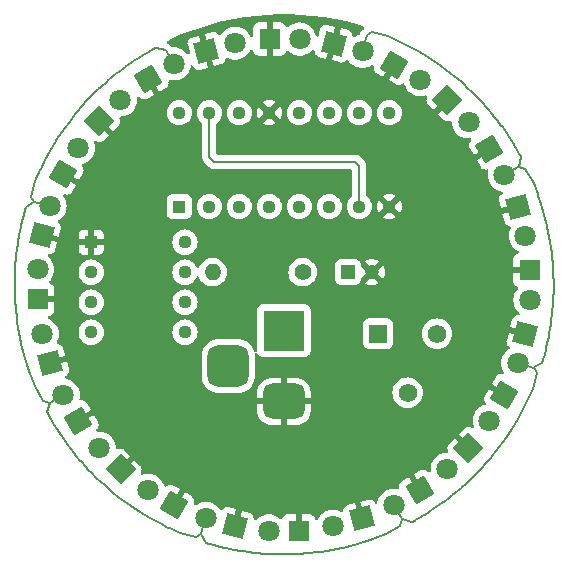
<source format=gbr>
%TF.GenerationSoftware,KiCad,Pcbnew,8.0.9*%
%TF.CreationDate,2025-12-11T14:47:33+01:00*%
%TF.ProjectId,Project,50726f6a-6563-4742-9e6b-696361645f70,rev?*%
%TF.SameCoordinates,Original*%
%TF.FileFunction,Copper,L2,Bot*%
%TF.FilePolarity,Positive*%
%FSLAX46Y46*%
G04 Gerber Fmt 4.6, Leading zero omitted, Abs format (unit mm)*
G04 Created by KiCad (PCBNEW 8.0.9) date 2025-12-11 14:47:33*
%MOMM*%
%LPD*%
G01*
G04 APERTURE LIST*
G04 Aperture macros list*
%AMRoundRect*
0 Rectangle with rounded corners*
0 $1 Rounding radius*
0 $2 $3 $4 $5 $6 $7 $8 $9 X,Y pos of 4 corners*
0 Add a 4 corners polygon primitive as box body*
4,1,4,$2,$3,$4,$5,$6,$7,$8,$9,$2,$3,0*
0 Add four circle primitives for the rounded corners*
1,1,$1+$1,$2,$3*
1,1,$1+$1,$4,$5*
1,1,$1+$1,$6,$7*
1,1,$1+$1,$8,$9*
0 Add four rect primitives between the rounded corners*
20,1,$1+$1,$2,$3,$4,$5,0*
20,1,$1+$1,$4,$5,$6,$7,0*
20,1,$1+$1,$6,$7,$8,$9,0*
20,1,$1+$1,$8,$9,$2,$3,0*%
%AMRotRect*
0 Rectangle, with rotation*
0 The origin of the aperture is its center*
0 $1 length*
0 $2 width*
0 $3 Rotation angle, in degrees counterclockwise*
0 Add horizontal line*
21,1,$1,$2,0,0,$3*%
G04 Aperture macros list end*
%TA.AperFunction,ComponentPad*%
%ADD10R,3.500000X3.500000*%
%TD*%
%TA.AperFunction,ComponentPad*%
%ADD11RoundRect,0.750000X1.000000X-0.750000X1.000000X0.750000X-1.000000X0.750000X-1.000000X-0.750000X0*%
%TD*%
%TA.AperFunction,ComponentPad*%
%ADD12RoundRect,0.875000X0.875000X-0.875000X0.875000X0.875000X-0.875000X0.875000X-0.875000X-0.875000X0*%
%TD*%
%TA.AperFunction,ComponentPad*%
%ADD13R,1.560000X1.560000*%
%TD*%
%TA.AperFunction,ComponentPad*%
%ADD14C,1.560000*%
%TD*%
%TA.AperFunction,ComponentPad*%
%ADD15C,1.400000*%
%TD*%
%TA.AperFunction,ComponentPad*%
%ADD16O,1.400000X1.400000*%
%TD*%
%TA.AperFunction,ComponentPad*%
%ADD17R,1.130000X1.130000*%
%TD*%
%TA.AperFunction,ComponentPad*%
%ADD18C,1.130000*%
%TD*%
%TA.AperFunction,ComponentPad*%
%ADD19RotRect,1.800000X1.800000X15.000000*%
%TD*%
%TA.AperFunction,ComponentPad*%
%ADD20C,1.800000*%
%TD*%
%TA.AperFunction,ComponentPad*%
%ADD21RotRect,1.800000X1.800000X60.000000*%
%TD*%
%TA.AperFunction,ComponentPad*%
%ADD22RotRect,1.800000X1.800000X105.000000*%
%TD*%
%TA.AperFunction,ComponentPad*%
%ADD23RotRect,1.800000X1.800000X150.000000*%
%TD*%
%TA.AperFunction,ComponentPad*%
%ADD24RotRect,1.800000X1.800000X195.000000*%
%TD*%
%TA.AperFunction,ComponentPad*%
%ADD25RotRect,1.800000X1.800000X240.000000*%
%TD*%
%TA.AperFunction,ComponentPad*%
%ADD26RotRect,1.800000X1.800000X285.000000*%
%TD*%
%TA.AperFunction,ComponentPad*%
%ADD27RotRect,1.800000X1.800000X330.000000*%
%TD*%
%TA.AperFunction,ComponentPad*%
%ADD28RotRect,1.800000X1.800000X30.000000*%
%TD*%
%TA.AperFunction,ComponentPad*%
%ADD29RotRect,1.800000X1.800000X75.000000*%
%TD*%
%TA.AperFunction,ComponentPad*%
%ADD30RotRect,1.800000X1.800000X120.000000*%
%TD*%
%TA.AperFunction,ComponentPad*%
%ADD31RotRect,1.800000X1.800000X165.000000*%
%TD*%
%TA.AperFunction,ComponentPad*%
%ADD32RotRect,1.800000X1.800000X210.000000*%
%TD*%
%TA.AperFunction,ComponentPad*%
%ADD33RotRect,1.800000X1.800000X255.000000*%
%TD*%
%TA.AperFunction,ComponentPad*%
%ADD34RotRect,1.800000X1.800000X300.000000*%
%TD*%
%TA.AperFunction,ComponentPad*%
%ADD35RotRect,1.800000X1.800000X345.000000*%
%TD*%
%TA.AperFunction,ComponentPad*%
%ADD36RotRect,1.800000X1.800000X45.000000*%
%TD*%
%TA.AperFunction,ComponentPad*%
%ADD37R,1.800000X1.800000*%
%TD*%
%TA.AperFunction,ComponentPad*%
%ADD38RotRect,1.800000X1.800000X135.000000*%
%TD*%
%TA.AperFunction,ComponentPad*%
%ADD39RotRect,1.800000X1.800000X225.000000*%
%TD*%
%TA.AperFunction,ComponentPad*%
%ADD40RotRect,1.800000X1.800000X315.000000*%
%TD*%
%TA.AperFunction,ComponentPad*%
%ADD41C,1.200000*%
%TD*%
%TA.AperFunction,ComponentPad*%
%ADD42R,1.200000X1.200000*%
%TD*%
%TA.AperFunction,Conductor*%
%ADD43C,0.200000*%
%TD*%
G04 APERTURE END LIST*
D10*
%TO.P,J1,1*%
%TO.N,+12V*%
X159613601Y-70758799D03*
D11*
%TO.P,J1,2*%
%TO.N,GND*%
X159613600Y-76758800D03*
D12*
%TO.P,J1,3*%
%TO.N,unconnected-(J1-Pad3)*%
X154913600Y-73758800D03*
%TD*%
D13*
%TO.P,RV1,1,1*%
%TO.N,/POT*%
X167578400Y-71013600D03*
D14*
%TO.P,RV1,2,2*%
%TO.N,Net-(IC2-THRES)*%
X170078400Y-76013600D03*
%TO.P,RV1,3,3*%
%TO.N,unconnected-(RV1-Pad3)*%
X172578400Y-71013600D03*
%TD*%
D15*
%TO.P,R1,1*%
%TO.N,+12V*%
X161188399Y-65811400D03*
D16*
%TO.P,R1,2*%
%TO.N,/POT*%
X153568399Y-65811400D03*
%TD*%
D17*
%TO.P,IC2,1,GND*%
%TO.N,GND*%
X143291600Y-63271400D03*
D18*
%TO.P,IC2,2,TRIG*%
%TO.N,Net-(IC2-THRES)*%
X143291600Y-65811400D03*
%TO.P,IC2,3,OUT*%
%TO.N,Net-(IC1-CLOCK)*%
X143291600Y-68351400D03*
%TO.P,IC2,4,RESET*%
%TO.N,+12V*%
X143291600Y-70891400D03*
%TO.P,IC2,5,CONT*%
%TO.N,unconnected-(IC2-CONT-Pad5)*%
X151231600Y-70891400D03*
%TO.P,IC2,6,THRES*%
%TO.N,Net-(IC2-THRES)*%
X151231600Y-68351400D03*
%TO.P,IC2,7,DISCH*%
%TO.N,/POT*%
X151231600Y-65811400D03*
%TO.P,IC2,8,VCC*%
%TO.N,+12V*%
X151231600Y-63271400D03*
%TD*%
D17*
%TO.P,IC1,1,Q5*%
%TO.N,unconnected-(IC1-Q5-Pad1)*%
X150749000Y-60256400D03*
D18*
%TO.P,IC1,2,Q1*%
%TO.N,/LED_RED/LED_RED*%
X153289001Y-60256399D03*
%TO.P,IC1,3,Q0*%
%TO.N,/LED_GREEN/LED_GREEN*%
X155829000Y-60256400D03*
%TO.P,IC1,4,Q2*%
%TO.N,/LED_BLUE/LED_BLUE*%
X158369000Y-60256402D03*
%TO.P,IC1,5,Q6*%
%TO.N,unconnected-(IC1-Q6-Pad5)*%
X160908999Y-60256401D03*
%TO.P,IC1,6,Q7*%
%TO.N,unconnected-(IC1-Q7-Pad6)*%
X163449000Y-60256400D03*
%TO.P,IC1,7,Q3*%
%TO.N,/RESET*%
X165989000Y-60256402D03*
%TO.P,IC1,8,VSS*%
%TO.N,GND*%
X168528999Y-60256400D03*
%TO.P,IC1,9,Q8*%
%TO.N,unconnected-(IC1-Q8-Pad9)*%
X168529000Y-52316400D03*
%TO.P,IC1,10,Q4*%
%TO.N,unconnected-(IC1-Q4-Pad10)*%
X165988999Y-52316401D03*
%TO.P,IC1,11,Q9*%
%TO.N,unconnected-(IC1-Q9-Pad11)*%
X163449000Y-52316400D03*
%TO.P,IC1,12,COUT*%
%TO.N,unconnected-(IC1-COUT-Pad12)*%
X160909000Y-52316398D03*
%TO.P,IC1,13,CKEN*%
%TO.N,GND*%
X158369001Y-52316399D03*
%TO.P,IC1,14,CLOCK*%
%TO.N,Net-(IC1-CLOCK)*%
X155829000Y-52316400D03*
%TO.P,IC1,15,RESET*%
%TO.N,/RESET*%
X153289000Y-52316398D03*
%TO.P,IC1,16,VDD*%
%TO.N,+12V*%
X150749001Y-52316400D03*
%TD*%
D19*
%TO.P,D24,1,K*%
%TO.N,GND*%
X153045348Y-47088600D03*
D20*
%TO.P,D24,2,A*%
%TO.N,/LED_BLUE/LED_BLUE*%
X155498800Y-46431200D03*
%TD*%
D21*
%TO.P,D23,1,K*%
%TO.N,GND*%
X140919199Y-57520905D03*
D20*
%TO.P,D23,2,A*%
%TO.N,/LED_BLUE/LED_BLUE*%
X142189200Y-55321200D03*
%TD*%
D22*
%TO.P,D22,1,K*%
%TO.N,GND*%
X139800100Y-73489727D03*
D20*
%TO.P,D22,2,A*%
%TO.N,/LED_BLUE/LED_BLUE*%
X139142700Y-71036274D03*
%TD*%
%TO.P,D21,2,A*%
%TO.N,/LED_BLUE/LED_BLUE*%
X148092094Y-84277198D03*
D23*
%TO.P,D21,1,K*%
%TO.N,GND*%
X150291800Y-85547200D03*
%TD*%
D24*
%TO.P,D20,1,K*%
%TO.N,GND*%
X166207254Y-86667798D03*
D20*
%TO.P,D20,2,A*%
%TO.N,/LED_BLUE/LED_BLUE*%
X163753800Y-87325200D03*
%TD*%
D25*
%TO.P,D19,1,K*%
%TO.N,GND*%
X178282600Y-76184694D03*
D20*
%TO.P,D19,2,A*%
%TO.N,/LED_BLUE/LED_BLUE*%
X177012600Y-78384400D03*
%TD*%
%TO.P,D18,2,A*%
%TO.N,/LED_BLUE/LED_BLUE*%
X180060600Y-62738000D03*
D26*
%TO.P,D18,1,K*%
%TO.N,GND*%
X179403199Y-60284548D03*
%TD*%
D20*
%TO.P,D17,2,A*%
%TO.N,/LED_BLUE/LED_BLUE*%
X171152852Y-49504600D03*
D27*
%TO.P,D17,1,K*%
%TO.N,GND*%
X168953147Y-48234600D03*
%TD*%
D20*
%TO.P,D16,2,A*%
%TO.N,/LED_GREEN/LED_GREEN*%
X150317200Y-48183800D03*
D28*
%TO.P,D16,1,K*%
%TO.N,GND*%
X148117495Y-49453800D03*
%TD*%
D29*
%TO.P,D15,1,K*%
%TO.N,GND*%
X139144198Y-62676852D03*
D20*
%TO.P,D15,2,A*%
%TO.N,/LED_GREEN/LED_GREEN*%
X139801600Y-60223400D03*
%TD*%
D30*
%TO.P,D14,1,K*%
%TO.N,GND*%
X142189200Y-78399706D03*
D20*
%TO.P,D14,2,A*%
%TO.N,/LED_GREEN/LED_GREEN*%
X140919200Y-76200000D03*
%TD*%
D31*
%TO.P,D13,1,K*%
%TO.N,GND*%
X155437655Y-87322200D03*
D20*
%TO.P,D13,2,A*%
%TO.N,/LED_GREEN/LED_GREEN*%
X152984200Y-86664800D03*
%TD*%
D32*
%TO.P,D12,1,K*%
%TO.N,GND*%
X171109706Y-84277198D03*
D20*
%TO.P,D12,2,A*%
%TO.N,/LED_GREEN/LED_GREEN*%
X168910000Y-85547200D03*
%TD*%
D33*
%TO.P,D11,1,K*%
%TO.N,GND*%
X180057600Y-71054147D03*
D20*
%TO.P,D11,2,A*%
%TO.N,/LED_GREEN/LED_GREEN*%
X179400200Y-73507600D03*
%TD*%
%TO.P,D10,2,A*%
%TO.N,/LED_GREEN/LED_GREEN*%
X178282601Y-57589452D03*
D34*
%TO.P,D10,1,K*%
%TO.N,GND*%
X177012600Y-55389747D03*
%TD*%
D20*
%TO.P,D9,2,A*%
%TO.N,/LED_GREEN/LED_GREEN*%
X166268400Y-47117000D03*
D35*
%TO.P,D9,1,K*%
%TO.N,GND*%
X163814948Y-46459600D03*
%TD*%
D36*
%TO.P,D8,1,K*%
%TO.N,GND*%
X143974548Y-53027851D03*
D20*
%TO.P,D8,2,A*%
%TO.N,/LED_RED/LED_RED*%
X145770600Y-51231800D03*
%TD*%
D37*
%TO.P,D7,1,K*%
%TO.N,GND*%
X138760199Y-68122801D03*
D20*
%TO.P,D7,2,A*%
%TO.N,/LED_RED/LED_RED*%
X138760200Y-65582800D03*
%TD*%
D38*
%TO.P,D6,1,K*%
%TO.N,GND*%
X145779626Y-82508226D03*
D20*
%TO.P,D6,2,A*%
%TO.N,/LED_RED/LED_RED*%
X143983574Y-80712172D03*
%TD*%
D37*
%TO.P,D5,1,K*%
%TO.N,GND*%
X160858201Y-87706200D03*
D20*
%TO.P,D5,2,A*%
%TO.N,/LED_RED/LED_RED*%
X158318198Y-87706201D03*
%TD*%
D39*
%TO.P,D4,1,K*%
%TO.N,GND*%
X175227252Y-80703147D03*
D20*
%TO.P,D4,2,A*%
%TO.N,/LED_RED/LED_RED*%
X173431200Y-82499200D03*
%TD*%
D37*
%TO.P,D3,1,K*%
%TO.N,GND*%
X180441600Y-65633599D03*
D20*
%TO.P,D3,2,A*%
%TO.N,/LED_RED/LED_RED*%
X180441601Y-68173600D03*
%TD*%
D40*
%TO.P,D2,1,K*%
%TO.N,GND*%
X173447574Y-51273574D03*
D20*
%TO.P,D2,2,A*%
%TO.N,/LED_RED/LED_RED*%
X175243626Y-53069625D03*
%TD*%
D37*
%TO.P,D1,1,K*%
%TO.N,GND*%
X158400000Y-46075600D03*
D20*
%TO.P,D1,2,A*%
%TO.N,/LED_RED/LED_RED*%
X160940000Y-46075600D03*
%TD*%
D41*
%TO.P,C1,2*%
%TO.N,GND*%
X167041801Y-65811400D03*
D42*
%TO.P,C1,1*%
%TO.N,Net-(IC2-THRES)*%
X165041801Y-65811400D03*
%TD*%
D43*
%TO.N,/RESET*%
X153670000Y-56464200D02*
X153289000Y-56083200D01*
X165658800Y-56464200D02*
X153670000Y-56464200D01*
X165989000Y-56794400D02*
X165658800Y-56464200D01*
X165989000Y-60256402D02*
X165989000Y-56794400D01*
X153289000Y-56083200D02*
X153289000Y-52316398D01*
%TO.N,/LED_GREEN/LED_GREEN*%
X142100182Y-52239774D02*
X141964351Y-52398087D01*
X141376518Y-53143881D02*
X141052698Y-53591865D01*
X141964351Y-52398087D02*
X141634737Y-52816276D01*
X141052698Y-53591865D02*
X141052698Y-53591866D01*
X141634737Y-52816276D02*
X141634738Y-52816274D01*
X139349858Y-56351631D02*
X139009658Y-57039231D01*
X142512747Y-51758920D02*
X142100182Y-52239774D01*
X138543405Y-58070685D02*
X138180559Y-59424845D01*
X141634738Y-52816274D02*
X141376518Y-53143881D01*
X140296412Y-54705566D02*
X139806001Y-55518761D01*
X138928741Y-57202779D02*
X138543405Y-58070685D01*
X140335035Y-54647161D02*
X140296412Y-54705566D01*
X139806001Y-55518761D02*
X139349858Y-56351631D01*
X138180559Y-59424845D02*
X138459924Y-59908720D01*
X180747344Y-73895497D02*
X180768314Y-73883389D01*
X181035443Y-74346071D02*
X180768314Y-73883389D01*
X180768314Y-73883389D02*
X181490388Y-73466500D01*
X181033541Y-74353169D02*
X181035443Y-74346071D01*
X139790020Y-76857904D02*
X139219918Y-76705145D01*
X139219918Y-76705145D02*
X139213739Y-76694442D01*
X179452769Y-56912286D02*
X179483846Y-56920613D01*
X178270293Y-57594988D02*
X179452769Y-56912286D01*
X152956980Y-86670728D02*
X152601984Y-87995589D01*
X152601984Y-87995589D02*
X152601986Y-87995592D01*
X169579010Y-86724105D02*
X169578807Y-86723753D01*
X169423629Y-87303994D02*
X169579010Y-86724105D01*
X139782925Y-76856002D02*
X139790020Y-76857904D01*
X139790020Y-76857904D02*
X140920984Y-76204941D01*
X152597314Y-88013026D02*
X152166656Y-88261665D01*
X152601986Y-87995592D02*
X152597314Y-88013026D01*
X144609882Y-49678132D02*
X144121153Y-50121572D01*
X150282205Y-48236193D02*
X149588127Y-47034016D01*
X142582691Y-51677402D02*
X142512747Y-51758920D01*
X142873938Y-51365219D02*
X142873940Y-51365219D01*
X140820216Y-53913487D02*
X140335035Y-54647161D01*
X143230498Y-50983032D02*
X142873938Y-51365219D01*
X144121153Y-50121572D02*
X143906620Y-50316225D01*
X142873940Y-51365219D02*
X142582691Y-51677402D01*
X145339094Y-49069833D02*
X145088880Y-49278557D01*
X145620318Y-48854426D02*
X145339094Y-49069833D01*
X144658737Y-49637378D02*
X144609882Y-49678132D01*
X146092966Y-48492404D02*
X145620318Y-48854426D01*
X148536310Y-46930121D02*
X148489396Y-46954978D01*
X139009658Y-57039231D02*
X138928741Y-57202779D01*
X144666169Y-49631176D02*
X144658737Y-49637377D01*
X148759369Y-46811950D02*
X148536310Y-46930121D01*
X147669482Y-47434059D02*
X147321188Y-47657506D01*
X147718506Y-47405414D02*
X147669482Y-47434059D01*
X148168616Y-47142412D02*
X147718506Y-47405414D01*
X143906620Y-50316225D02*
X143634817Y-50584284D01*
X141052698Y-53591866D02*
X140820216Y-53913487D01*
X147321188Y-47657506D02*
X146870221Y-47946823D01*
X149588127Y-47034016D02*
X148759369Y-46811950D01*
X144658737Y-49637377D02*
X144658737Y-49637378D01*
X146733453Y-48042825D02*
X146121403Y-48472444D01*
X145088880Y-49278557D02*
X144666169Y-49631176D01*
X146870221Y-47946823D02*
X146733453Y-48042825D01*
X143634817Y-50584284D02*
X143230498Y-50983032D01*
X148489396Y-46954978D02*
X148168616Y-47142412D01*
X137779096Y-60301797D02*
X138459924Y-59908720D01*
X146121403Y-48472444D02*
X146092966Y-48492404D01*
X138491033Y-59890759D02*
X138459924Y-59908720D01*
X169578807Y-86723753D02*
X169627876Y-86736901D01*
X139791362Y-60239181D02*
X138491033Y-59890759D01*
X168902690Y-85552684D02*
X169578807Y-86723753D01*
X179381955Y-73529643D02*
X180747344Y-73895497D01*
X137595043Y-60953192D02*
X137689333Y-60593831D01*
X137123782Y-70545360D02*
X137123781Y-70545360D01*
X137081922Y-63375485D02*
X137087920Y-63341264D01*
X137087920Y-63341264D02*
X137216918Y-62604694D01*
X136924289Y-69056595D02*
X136908393Y-68848602D01*
X136825581Y-66211102D02*
X136839640Y-65921766D01*
X137689333Y-60593831D02*
X137704932Y-60543083D01*
X137462738Y-61457438D02*
X137595043Y-60953192D01*
X137704932Y-60543083D02*
X137779096Y-60301797D01*
X136986917Y-69585369D02*
X136924289Y-69056595D01*
X136986920Y-69585368D02*
X136986917Y-69585369D01*
X136877390Y-65199259D02*
X136878264Y-65189616D01*
X136851919Y-68109761D02*
X136837117Y-67683070D01*
X139213739Y-76694442D02*
X138516447Y-75486700D01*
X136822932Y-66592843D02*
X136825581Y-66211102D01*
X138116790Y-74427658D02*
X137871140Y-73700898D01*
X136837117Y-67683070D02*
X136837117Y-67683068D01*
X136871660Y-65262620D02*
X136877388Y-65199262D01*
X137448327Y-61512359D02*
X137462738Y-61457438D01*
X136837117Y-67683068D02*
X136818993Y-67160695D01*
X138175219Y-74600527D02*
X138116790Y-74427658D01*
X137216918Y-62604694D02*
X137245743Y-62440100D01*
X136860101Y-68216857D02*
X136851919Y-68109761D01*
X136818993Y-67160695D02*
X136822932Y-66592843D01*
X136839640Y-65921766D02*
X136871660Y-65262620D01*
X138516447Y-75486700D02*
X138175219Y-74600527D01*
X137604753Y-72789426D02*
X137376511Y-71867637D01*
X136927825Y-64641377D02*
X136957160Y-64316859D01*
X137035986Y-69999610D02*
X136986920Y-69585368D01*
X137186813Y-70937167D02*
X137123782Y-70545360D01*
X136957160Y-64316859D02*
X137003701Y-63965688D01*
X137871140Y-73700898D02*
X137604753Y-72789426D01*
X136877388Y-65199262D02*
X136877390Y-65199259D01*
X137123781Y-70545360D02*
X137035986Y-69999610D01*
X136878264Y-65189616D02*
X136927825Y-64641377D01*
X137245743Y-62440100D02*
X137360048Y-61916640D01*
X137003701Y-63965688D02*
X137081922Y-63375485D01*
X137362521Y-71799027D02*
X137186813Y-70937167D01*
X136908393Y-68848602D02*
X136860101Y-68216857D01*
X137360048Y-61916640D02*
X137448327Y-61512359D01*
X137376511Y-71867637D02*
X137362521Y-71799027D01*
X182187561Y-70392810D02*
X182265783Y-69802607D01*
X181821157Y-72255937D02*
X181909437Y-71851656D01*
X182432368Y-66085228D02*
X182432367Y-66085226D01*
X181580152Y-73174465D02*
X181674442Y-72815105D01*
X182233498Y-63768685D02*
X182145703Y-63222937D01*
X182397823Y-68505675D02*
X182429847Y-67846529D01*
X182181566Y-70427031D02*
X182187561Y-70392810D01*
X182145703Y-63222936D02*
X182082671Y-62831127D01*
X182341661Y-69126918D02*
X182391222Y-68578678D01*
X179483846Y-56920613D02*
X179472471Y-56900910D01*
X181909437Y-71851656D02*
X182023741Y-71328196D01*
X182446551Y-67175453D02*
X182450490Y-66607599D01*
X182417567Y-65658537D02*
X182409381Y-65551438D01*
X182265783Y-69802607D02*
X182312325Y-69451436D01*
X182145703Y-63222937D02*
X182145703Y-63222936D01*
X181094267Y-59167770D02*
X180753038Y-58281596D01*
X182392094Y-68569037D02*
X182392095Y-68569036D01*
X180055747Y-57073853D02*
X179483846Y-56920613D01*
X182282565Y-64182926D02*
X182282565Y-64182928D01*
X182392095Y-68569036D02*
X182397823Y-68505675D01*
X182391222Y-68578678D02*
X182392094Y-68569037D01*
X181674442Y-72815105D02*
X181806747Y-72310859D01*
X181892974Y-61900659D02*
X181664731Y-60978871D01*
X182361093Y-64919692D02*
X182345196Y-64711704D01*
X182432367Y-66085226D02*
X182417567Y-65658537D01*
X181564553Y-73225213D02*
X181580152Y-73174465D01*
X182450490Y-66607599D02*
X182432368Y-66085228D01*
X182409381Y-65551438D02*
X182361093Y-64919692D01*
X182312325Y-69451436D02*
X182341661Y-69126918D01*
X182282565Y-64182928D02*
X182233498Y-63768685D01*
X182052566Y-71163603D02*
X182181566Y-70427031D01*
X182082671Y-62831127D02*
X181906962Y-61969268D01*
X181806747Y-72310859D02*
X181821157Y-72255937D01*
X181490388Y-73466500D02*
X181564553Y-73225213D01*
X182429847Y-67846529D02*
X182443904Y-67557194D01*
X182345196Y-64711704D02*
X182282565Y-64182926D01*
X180753038Y-58281596D02*
X180055747Y-57073853D01*
X181664731Y-60978871D02*
X181398344Y-60067398D01*
X182443904Y-67557194D02*
X182446551Y-67175453D01*
X181906962Y-61969268D02*
X181892974Y-61900659D01*
X182023741Y-71328196D02*
X182052566Y-71163603D01*
X181152696Y-59340636D02*
X181094267Y-59167770D01*
X181398344Y-60067398D02*
X181152696Y-59340636D01*
X178034044Y-53434186D02*
X178463662Y-54046237D01*
X179364075Y-55481400D02*
X179551509Y-55802180D01*
X179551509Y-55802180D02*
X179576363Y-55849094D01*
X179694536Y-56072152D02*
X179472471Y-56900910D01*
X179576363Y-55849094D02*
X179694536Y-56072152D01*
X178014084Y-53405749D02*
X178034044Y-53434186D01*
X179101072Y-55031290D02*
X179364075Y-55481400D01*
X166264238Y-47137228D02*
X166633832Y-45757886D01*
X173690213Y-48947522D02*
X173690212Y-48947521D01*
X176190263Y-51219404D02*
X176384914Y-51433935D01*
X176869110Y-51971520D02*
X176875310Y-51978953D01*
X173690212Y-48947521D02*
X174108401Y-49277135D01*
X175922204Y-50947600D02*
X176190263Y-51219404D01*
X167088739Y-45495244D02*
X168435802Y-45856189D01*
X174829087Y-49895474D02*
X175141267Y-50186723D01*
X174108401Y-49277135D02*
X174266711Y-49412964D01*
X172914620Y-48365481D02*
X172914621Y-48365481D01*
X172914621Y-48365481D02*
X173362604Y-48689302D01*
X178559665Y-54183004D02*
X178848981Y-54633972D01*
X171859327Y-47647819D02*
X172593000Y-48133000D01*
X169467257Y-46322442D02*
X170154855Y-46662640D01*
X174266711Y-49412964D02*
X174747568Y-49825532D01*
X176869109Y-51971520D02*
X176869110Y-51971520D01*
X175141267Y-50186723D02*
X175141268Y-50186723D01*
X177227929Y-52401662D02*
X177436654Y-52651876D01*
X176828356Y-51922665D02*
X176869109Y-51971520D01*
X173362604Y-48689302D02*
X173690213Y-48947522D01*
X179072428Y-54982265D02*
X179101072Y-55031290D01*
X175141268Y-50186723D02*
X175523455Y-50543283D01*
X172593000Y-48133000D02*
X172914620Y-48365481D01*
X175523455Y-50543283D02*
X175922204Y-50947600D01*
X171800921Y-47609196D02*
X171859327Y-47647819D01*
X170154855Y-46662640D02*
X170987726Y-47118786D01*
X170987726Y-47118786D02*
X171800921Y-47609196D01*
X166633832Y-45757886D02*
X167088739Y-45495244D01*
X168435802Y-45856189D02*
X169303707Y-46241524D01*
X176384914Y-51433935D02*
X176828356Y-51922665D01*
X169303707Y-46241524D02*
X169467257Y-46322442D01*
X177652060Y-52933101D02*
X178014084Y-53405749D01*
X178463662Y-54046237D02*
X178559665Y-54183004D01*
X176875310Y-51978953D02*
X177227929Y-52401662D01*
X177436654Y-52651876D02*
X177652060Y-52933101D01*
X174747568Y-49825532D02*
X174829087Y-49895474D01*
X178848981Y-54633972D02*
X179072428Y-54982265D01*
X166430085Y-88646593D02*
X165518611Y-88912981D01*
X160838948Y-89665816D02*
X160412257Y-89680615D01*
X163274546Y-89393952D02*
X162728798Y-89481747D01*
X157928447Y-89640344D02*
X157928446Y-89640342D01*
X159889882Y-89698738D02*
X159322031Y-89694801D01*
X165518611Y-88912981D02*
X164596824Y-89141222D01*
X157991807Y-89646072D02*
X157928447Y-89640344D01*
X157046047Y-89560573D02*
X156694875Y-89514032D01*
X164596824Y-89141222D02*
X164528213Y-89155210D01*
X160412257Y-89680615D02*
X160412255Y-89680616D01*
X154241546Y-89069405D02*
X154186626Y-89054994D01*
X160946044Y-89657629D02*
X160838948Y-89665816D01*
X154645827Y-89157685D02*
X154241546Y-89069405D01*
X168215887Y-88001286D02*
X167329714Y-88342514D01*
X157370565Y-89589909D02*
X157046047Y-89560573D01*
X169423629Y-87303994D02*
X168215887Y-88001286D01*
X161785781Y-89593443D02*
X161577790Y-89609340D01*
X163274547Y-89393951D02*
X163274546Y-89393952D01*
X155169287Y-89271989D02*
X154645827Y-89157685D01*
X164528213Y-89155210D02*
X163666355Y-89330919D01*
X162728798Y-89481747D02*
X162314555Y-89530813D01*
X167329714Y-88342514D02*
X167156846Y-88400943D01*
X155333880Y-89300814D02*
X155169287Y-89271989D01*
X161577790Y-89609340D02*
X160946044Y-89657629D01*
X156694875Y-89514032D02*
X156104672Y-89435810D01*
X163666355Y-89330919D02*
X163274547Y-89393951D01*
X158650954Y-89678094D02*
X157991807Y-89646072D01*
X160412255Y-89680616D02*
X159889882Y-89698738D01*
X167156846Y-88400943D02*
X166430085Y-88646593D01*
X157918804Y-89639469D02*
X157370565Y-89589909D01*
X159322031Y-89694801D02*
X158940289Y-89692152D01*
X172482550Y-85728092D02*
X172345782Y-85824094D01*
X171546521Y-86336858D02*
X171497497Y-86365503D01*
X174606121Y-84092787D02*
X174557268Y-84133539D01*
X171497497Y-86365503D02*
X171047387Y-86628505D01*
X180206343Y-76731688D02*
X179866146Y-77419286D01*
X170456635Y-86958966D02*
X169627876Y-86736901D01*
X171047387Y-86628505D02*
X170726607Y-86815940D01*
X170726607Y-86815940D02*
X170679692Y-86840794D01*
X170679692Y-86840794D02*
X170456635Y-86958966D01*
X173123037Y-85278515D02*
X173094600Y-85298473D01*
X177581264Y-80954644D02*
X177581267Y-80954643D01*
X175309383Y-83454693D02*
X175094851Y-83649344D01*
X171894814Y-86113411D02*
X171546521Y-86336858D01*
X174557266Y-84133540D02*
X174549832Y-84139740D01*
X176633314Y-82093518D02*
X176342063Y-82405698D01*
X178163306Y-80179051D02*
X177839484Y-80627034D01*
X178880967Y-79123758D02*
X178395785Y-79857430D01*
X175094851Y-83649344D02*
X174606121Y-84092787D01*
X174549832Y-84139740D02*
X174127123Y-84492359D01*
X174557268Y-84133539D02*
X174557266Y-84133540D01*
X174127123Y-84492359D02*
X173876910Y-84701085D01*
X179410001Y-78252159D02*
X178919590Y-79065352D01*
X175985504Y-82787886D02*
X175581187Y-83186633D01*
X178919590Y-79065352D02*
X178880967Y-79123758D01*
X177115821Y-81531141D02*
X176703254Y-82011999D01*
X177251651Y-81372830D02*
X177115821Y-81531141D01*
X180672598Y-75700232D02*
X180287264Y-76568137D01*
X178163305Y-80179051D02*
X178163306Y-80179051D01*
X178395785Y-79857430D02*
X178163305Y-80179051D01*
X180287264Y-76568137D02*
X180206343Y-76731688D01*
X172345782Y-85824094D02*
X171894814Y-86113411D01*
X179866146Y-77419286D02*
X179410001Y-78252159D01*
X176342062Y-82405700D02*
X175985504Y-82787886D01*
X173595685Y-84916490D02*
X173123037Y-85278515D01*
X173876910Y-84701085D02*
X173595685Y-84916490D01*
X173094600Y-85298473D02*
X172482550Y-85728092D01*
X177581267Y-80954643D02*
X177251651Y-81372830D01*
X175581187Y-83186633D02*
X175309383Y-83454693D01*
X181033541Y-74353169D02*
X180672598Y-75700232D01*
X176342063Y-82405698D02*
X176342062Y-82405700D01*
X177839484Y-80627034D02*
X177581264Y-80954644D01*
X176703254Y-82011999D02*
X176633314Y-82093518D01*
X141221353Y-80322727D02*
X140791734Y-79710676D01*
X139891322Y-78275513D02*
X139703887Y-77954733D01*
X142427037Y-81834247D02*
X142386287Y-81785395D01*
X145892792Y-85067611D02*
X145565183Y-84809391D01*
X142870483Y-82322977D02*
X142427037Y-81834247D01*
X147454474Y-86147717D02*
X147396067Y-86109094D01*
X156070452Y-89429813D02*
X155333880Y-89300814D01*
X140406415Y-79122940D02*
X140182968Y-78774647D01*
X140182968Y-78774647D02*
X140154323Y-78725623D01*
X146662395Y-85623911D02*
X146340774Y-85391431D01*
X158940289Y-89692152D02*
X158650954Y-89678094D01*
X144114127Y-83570188D02*
X143731938Y-83213630D01*
X142380086Y-81777958D02*
X142027467Y-81355249D01*
X153682379Y-88922689D02*
X153323018Y-88828400D01*
X146340775Y-85391433D02*
X145892792Y-85067611D01*
X153030983Y-88738636D02*
X152601986Y-87995592D01*
X143065133Y-82537509D02*
X142870483Y-82322977D01*
X142386286Y-81785393D02*
X142380086Y-81777958D01*
X145565183Y-84809394D02*
X145146998Y-84479778D01*
X146340774Y-85391431D02*
X146340775Y-85391433D01*
X149788139Y-87434469D02*
X149100541Y-87094272D01*
X144988684Y-84343945D02*
X144507826Y-83931381D01*
X149951690Y-87515390D02*
X149788139Y-87434469D01*
X144507826Y-83931381D02*
X144426311Y-83861440D01*
X142386287Y-81785395D02*
X142386286Y-81785393D01*
X156104672Y-89435810D02*
X156070452Y-89429813D01*
X141818742Y-81105037D02*
X141603336Y-80823811D01*
X154186626Y-89054994D02*
X153682379Y-88922689D01*
X153272270Y-88812801D02*
X153030983Y-88738636D01*
X139703887Y-77954733D02*
X139679033Y-77907819D01*
X139560860Y-77684762D02*
X139782925Y-76856002D01*
X149100541Y-87094272D02*
X148267667Y-86638129D01*
X145565183Y-84809391D02*
X145565183Y-84809394D01*
X143333193Y-82809313D02*
X143065133Y-82537509D01*
X153323018Y-88828400D02*
X153272270Y-88812801D01*
X162314555Y-89530813D02*
X162314558Y-89530815D01*
X147396067Y-86109094D02*
X146662395Y-85623911D01*
X157928446Y-89640342D02*
X157918804Y-89639469D01*
X162314558Y-89530815D02*
X161785781Y-89593443D01*
X142027467Y-81355249D02*
X141818742Y-81105037D01*
X143731938Y-83213630D02*
X143333193Y-82809313D01*
X150819594Y-87900724D02*
X149951690Y-87515390D01*
X140154323Y-78725623D02*
X139891322Y-78275513D01*
X139679033Y-77907819D02*
X139560860Y-77684762D01*
X144114129Y-83570190D02*
X144114127Y-83570188D01*
X141241310Y-80351164D02*
X141221353Y-80322727D01*
X152166656Y-88261665D02*
X150819594Y-87900724D01*
X148267667Y-86638129D02*
X147454474Y-86147717D01*
X144426311Y-83861440D02*
X144114129Y-83570190D01*
X145146998Y-84479778D02*
X144988684Y-84343945D01*
X140791734Y-79710676D02*
X140695732Y-79573910D01*
X140695732Y-79573910D02*
X140406415Y-79122940D01*
X141603336Y-80823811D02*
X141241310Y-80351164D01*
%TD*%
%TA.AperFunction,Conductor*%
%TO.N,GND*%
G36*
X158650000Y-47475600D02*
G01*
X159347828Y-47475600D01*
X159347844Y-47475599D01*
X159407372Y-47469198D01*
X159407379Y-47469196D01*
X159542086Y-47418954D01*
X159542093Y-47418950D01*
X159657187Y-47332790D01*
X159657190Y-47332787D01*
X159743350Y-47217693D01*
X159743355Y-47217684D01*
X159772075Y-47140681D01*
X159813945Y-47084747D01*
X159879409Y-47060329D01*
X159947682Y-47075180D01*
X159979484Y-47100028D01*
X159988216Y-47109513D01*
X159988219Y-47109515D01*
X159988222Y-47109518D01*
X160171365Y-47252064D01*
X160171371Y-47252068D01*
X160171374Y-47252070D01*
X160375497Y-47362536D01*
X160489487Y-47401668D01*
X160595015Y-47437897D01*
X160595017Y-47437897D01*
X160595019Y-47437898D01*
X160823951Y-47476100D01*
X160823952Y-47476100D01*
X161056048Y-47476100D01*
X161056049Y-47476100D01*
X161284981Y-47437898D01*
X161504503Y-47362536D01*
X161708626Y-47252070D01*
X161724819Y-47239467D01*
X161790083Y-47188670D01*
X161891784Y-47109513D01*
X161993381Y-46999147D01*
X162053266Y-46963158D01*
X162123105Y-46965257D01*
X162180721Y-47004781D01*
X162207823Y-47069180D01*
X162208049Y-47071345D01*
X162221774Y-47215089D01*
X162275211Y-47348566D01*
X162364085Y-47461581D01*
X162364086Y-47461582D01*
X162481211Y-47544985D01*
X162481210Y-47544985D01*
X162537057Y-47566575D01*
X162537075Y-47566580D01*
X163211118Y-47747190D01*
X163476337Y-46757385D01*
X163538642Y-46819690D01*
X163641254Y-46878933D01*
X163755704Y-46909600D01*
X163874192Y-46909600D01*
X163959299Y-46886795D01*
X163694082Y-47876599D01*
X164368145Y-48057214D01*
X164427307Y-48066439D01*
X164427308Y-48066439D01*
X164570437Y-48052773D01*
X164703914Y-47999336D01*
X164816928Y-47910462D01*
X164866381Y-47841015D01*
X164921302Y-47797824D01*
X164990855Y-47791181D01*
X165052958Y-47823197D01*
X165071199Y-47845119D01*
X165157730Y-47977566D01*
X165159421Y-47980153D01*
X165316616Y-48150913D01*
X165316619Y-48150915D01*
X165316622Y-48150918D01*
X165499765Y-48293464D01*
X165499771Y-48293468D01*
X165499774Y-48293470D01*
X165703897Y-48403936D01*
X165817887Y-48443068D01*
X165923415Y-48479297D01*
X165923417Y-48479297D01*
X165923419Y-48479298D01*
X166152351Y-48517500D01*
X166152352Y-48517500D01*
X166384448Y-48517500D01*
X166384449Y-48517500D01*
X166613381Y-48479298D01*
X166832903Y-48403936D01*
X167037026Y-48293470D01*
X167044864Y-48287369D01*
X167109853Y-48261725D01*
X167178394Y-48275287D01*
X167228722Y-48323752D01*
X167244858Y-48391733D01*
X167243312Y-48405782D01*
X167218725Y-48551998D01*
X167218724Y-48552002D01*
X167235795Y-48694762D01*
X167292393Y-48826935D01*
X167383933Y-48937802D01*
X167383937Y-48937805D01*
X167432302Y-48973121D01*
X167432307Y-48973124D01*
X168036639Y-49322035D01*
X168036640Y-49322035D01*
X168549001Y-48434600D01*
X168593057Y-48510906D01*
X168676841Y-48594690D01*
X168779453Y-48653933D01*
X168893903Y-48684600D01*
X168982012Y-48684600D01*
X168469652Y-49572034D01*
X168469652Y-49572035D01*
X169073982Y-49920946D01*
X169128759Y-49945178D01*
X169128765Y-49945180D01*
X169270547Y-49969021D01*
X169270549Y-49969022D01*
X169413309Y-49951951D01*
X169545482Y-49895353D01*
X169610790Y-49841430D01*
X169675018Y-49813925D01*
X169743920Y-49825511D01*
X169795621Y-49872509D01*
X169809945Y-49906607D01*
X169823693Y-49960895D01*
X169823693Y-49960896D01*
X169916927Y-50173448D01*
X170043868Y-50367747D01*
X170043871Y-50367751D01*
X170043873Y-50367753D01*
X170201068Y-50538513D01*
X170201071Y-50538515D01*
X170201074Y-50538518D01*
X170384217Y-50681064D01*
X170384223Y-50681068D01*
X170384226Y-50681070D01*
X170588349Y-50791536D01*
X170702339Y-50830668D01*
X170807867Y-50866897D01*
X170807869Y-50866897D01*
X170807871Y-50866898D01*
X171036803Y-50905100D01*
X171036804Y-50905100D01*
X171268900Y-50905100D01*
X171268901Y-50905100D01*
X171497833Y-50866898D01*
X171596094Y-50833164D01*
X171665891Y-50830015D01*
X171726312Y-50865101D01*
X171758173Y-50927283D01*
X171751358Y-50996819D01*
X171749150Y-51001957D01*
X171690102Y-51131252D01*
X171690100Y-51131260D01*
X171669640Y-51273574D01*
X171690100Y-51415887D01*
X171690101Y-51415892D01*
X171749827Y-51546671D01*
X171787407Y-51593306D01*
X172280846Y-52086745D01*
X173005435Y-51362156D01*
X173028241Y-51447268D01*
X173087484Y-51549880D01*
X173171268Y-51633664D01*
X173273880Y-51692907D01*
X173358988Y-51715711D01*
X172634401Y-52440299D01*
X172634401Y-52440300D01*
X173127841Y-52933740D01*
X173174476Y-52971320D01*
X173305255Y-53031046D01*
X173305260Y-53031047D01*
X173447574Y-53051507D01*
X173589887Y-53031047D01*
X173589888Y-53031047D01*
X173665669Y-52996438D01*
X173734827Y-52986494D01*
X173798383Y-53015518D01*
X173836159Y-53074295D01*
X173840758Y-53098992D01*
X173857490Y-53300921D01*
X173857492Y-53300933D01*
X173914468Y-53525925D01*
X174007701Y-53738473D01*
X174134642Y-53932772D01*
X174134645Y-53932776D01*
X174134647Y-53932778D01*
X174291842Y-54103538D01*
X174291845Y-54103540D01*
X174291848Y-54103543D01*
X174474991Y-54246089D01*
X174474997Y-54246093D01*
X174475000Y-54246095D01*
X174679123Y-54356561D01*
X174793113Y-54395693D01*
X174898641Y-54431922D01*
X174898643Y-54431922D01*
X174898645Y-54431923D01*
X175127577Y-54470125D01*
X175127578Y-54470125D01*
X175360655Y-54470125D01*
X175427694Y-54489810D01*
X175473449Y-54542614D01*
X175483393Y-54611772D01*
X175454368Y-54675328D01*
X175445691Y-54684374D01*
X175443386Y-54686545D01*
X175351846Y-54797411D01*
X175295248Y-54929584D01*
X175278177Y-55072344D01*
X175278178Y-55072346D01*
X175302019Y-55214128D01*
X175302021Y-55214134D01*
X175326253Y-55268911D01*
X175675163Y-55873240D01*
X175675164Y-55873240D01*
X176562600Y-55360878D01*
X176562600Y-55448991D01*
X176593267Y-55563441D01*
X176652510Y-55666053D01*
X176736294Y-55749837D01*
X176812598Y-55793891D01*
X175925163Y-56306252D01*
X175925163Y-56306253D01*
X176274075Y-56910586D01*
X176274078Y-56910591D01*
X176309394Y-56958956D01*
X176309397Y-56958960D01*
X176420264Y-57050500D01*
X176552437Y-57107098D01*
X176695197Y-57124169D01*
X176695199Y-57124168D01*
X176779880Y-57109929D01*
X176849255Y-57118224D01*
X176903133Y-57162709D01*
X176924408Y-57229261D01*
X176920649Y-57262652D01*
X176896467Y-57358142D01*
X176896465Y-57358154D01*
X176877301Y-57589445D01*
X176877301Y-57589458D01*
X176896465Y-57820749D01*
X176896467Y-57820760D01*
X176953443Y-58045752D01*
X177046676Y-58258300D01*
X177173617Y-58452599D01*
X177173620Y-58452603D01*
X177173622Y-58452605D01*
X177330817Y-58623365D01*
X177330820Y-58623367D01*
X177330823Y-58623370D01*
X177513966Y-58765916D01*
X177513972Y-58765920D01*
X177513975Y-58765922D01*
X177718098Y-58876388D01*
X177832088Y-58915520D01*
X177937616Y-58951749D01*
X177937618Y-58951749D01*
X177937620Y-58951750D01*
X178026295Y-58966547D01*
X178031549Y-58967424D01*
X178094434Y-58997875D01*
X178130874Y-59057489D01*
X178129298Y-59127341D01*
X178090208Y-59185253D01*
X178069924Y-59198913D01*
X178069466Y-59199159D01*
X177952337Y-59282565D01*
X177952336Y-59282566D01*
X177863462Y-59395581D01*
X177810025Y-59529058D01*
X177796359Y-59672187D01*
X177796359Y-59672188D01*
X177805584Y-59731351D01*
X177986198Y-60405412D01*
X178976004Y-60140194D01*
X178953199Y-60225304D01*
X178953199Y-60343792D01*
X178983866Y-60458242D01*
X179043109Y-60560854D01*
X179105412Y-60623157D01*
X178115607Y-60888376D01*
X178296218Y-61562420D01*
X178296223Y-61562438D01*
X178317813Y-61618284D01*
X178401216Y-61735409D01*
X178401217Y-61735410D01*
X178514232Y-61824284D01*
X178647709Y-61877721D01*
X178728108Y-61885398D01*
X178792973Y-61911366D01*
X178833502Y-61968279D01*
X178836827Y-62038070D01*
X178826692Y-62064434D01*
X178826736Y-62064454D01*
X178826322Y-62065396D01*
X178825381Y-62067846D01*
X178824679Y-62069143D01*
X178731442Y-62281699D01*
X178674466Y-62506691D01*
X178674464Y-62506702D01*
X178655300Y-62737993D01*
X178655300Y-62738006D01*
X178674464Y-62969297D01*
X178674466Y-62969308D01*
X178731442Y-63194300D01*
X178824675Y-63406848D01*
X178951616Y-63601147D01*
X178951619Y-63601151D01*
X178951621Y-63601153D01*
X179108816Y-63771913D01*
X179108819Y-63771915D01*
X179108822Y-63771918D01*
X179291965Y-63914464D01*
X179291971Y-63914468D01*
X179291974Y-63914470D01*
X179445864Y-63997751D01*
X179467698Y-64009567D01*
X179517288Y-64058787D01*
X179532396Y-64127003D01*
X179508226Y-64192559D01*
X179452450Y-64234640D01*
X179437195Y-64239299D01*
X179434222Y-64240001D01*
X179299513Y-64290244D01*
X179299506Y-64290248D01*
X179184412Y-64376408D01*
X179184409Y-64376411D01*
X179098249Y-64491505D01*
X179098245Y-64491512D01*
X179048003Y-64626219D01*
X179048001Y-64626226D01*
X179041600Y-64685754D01*
X179041600Y-65383599D01*
X180066322Y-65383599D01*
X180022267Y-65459905D01*
X179991600Y-65574355D01*
X179991600Y-65692843D01*
X180022267Y-65807293D01*
X180066322Y-65883599D01*
X179041600Y-65883599D01*
X179041600Y-66581443D01*
X179048001Y-66640971D01*
X179048003Y-66640978D01*
X179098245Y-66775685D01*
X179098249Y-66775692D01*
X179184409Y-66890786D01*
X179184412Y-66890789D01*
X179299506Y-66976949D01*
X179299513Y-66976953D01*
X179379872Y-67006925D01*
X179435806Y-67048796D01*
X179460223Y-67114260D01*
X179445372Y-67182533D01*
X179427769Y-67207089D01*
X179332619Y-67310449D01*
X179205676Y-67504751D01*
X179112443Y-67717299D01*
X179055467Y-67942291D01*
X179055465Y-67942302D01*
X179036301Y-68173593D01*
X179036301Y-68173606D01*
X179055465Y-68404897D01*
X179055467Y-68404908D01*
X179112443Y-68629900D01*
X179205676Y-68842448D01*
X179332617Y-69036747D01*
X179332620Y-69036751D01*
X179332622Y-69036753D01*
X179489817Y-69207513D01*
X179507958Y-69221632D01*
X179513154Y-69225677D01*
X179553967Y-69282387D01*
X179557640Y-69352160D01*
X179523009Y-69412843D01*
X179461067Y-69445170D01*
X179448777Y-69446969D01*
X179302110Y-69460973D01*
X179168633Y-69514410D01*
X179055618Y-69603284D01*
X179055617Y-69603285D01*
X178972214Y-69720410D01*
X178950624Y-69776256D01*
X178950619Y-69776274D01*
X178770008Y-70450317D01*
X179759814Y-70715536D01*
X179697510Y-70777841D01*
X179638267Y-70880453D01*
X179607600Y-70994903D01*
X179607600Y-71113391D01*
X179630404Y-71198498D01*
X178640599Y-70933281D01*
X178459985Y-71607341D01*
X178450760Y-71666506D01*
X178450760Y-71666507D01*
X178464426Y-71809636D01*
X178517863Y-71943113D01*
X178606737Y-72056128D01*
X178606741Y-72056131D01*
X178674851Y-72104632D01*
X178718042Y-72159553D01*
X178724684Y-72229106D01*
X178692669Y-72291209D01*
X178661944Y-72314694D01*
X178631576Y-72331128D01*
X178631565Y-72331135D01*
X178448422Y-72473681D01*
X178448419Y-72473684D01*
X178291216Y-72644452D01*
X178164275Y-72838751D01*
X178071042Y-73051299D01*
X178014066Y-73276291D01*
X178014064Y-73276302D01*
X177994900Y-73507593D01*
X177994900Y-73507606D01*
X178014064Y-73738897D01*
X178014066Y-73738908D01*
X178071042Y-73963900D01*
X178164274Y-74176445D01*
X178164276Y-74176449D01*
X178234943Y-74284613D01*
X178255130Y-74351502D01*
X178235950Y-74418687D01*
X178183492Y-74464838D01*
X178114410Y-74475301D01*
X178110571Y-74474717D01*
X177965200Y-74450272D01*
X177965197Y-74450271D01*
X177822437Y-74467342D01*
X177690264Y-74523940D01*
X177579397Y-74615480D01*
X177579394Y-74615484D01*
X177544081Y-74663845D01*
X177195163Y-75268186D01*
X177195163Y-75268187D01*
X178082599Y-75780549D01*
X178006294Y-75824604D01*
X177922510Y-75908388D01*
X177863267Y-76011000D01*
X177832600Y-76125450D01*
X177832600Y-76213561D01*
X176945164Y-75701199D01*
X176945163Y-75701199D01*
X176596253Y-76305529D01*
X176572021Y-76360306D01*
X176572019Y-76360312D01*
X176548178Y-76502094D01*
X176548177Y-76502096D01*
X176565248Y-76644856D01*
X176621845Y-76777026D01*
X176675602Y-76842133D01*
X176703106Y-76906362D01*
X176691520Y-76975264D01*
X176644521Y-77026964D01*
X176620246Y-77038364D01*
X176448104Y-77097461D01*
X176448095Y-77097464D01*
X176243971Y-77207931D01*
X176243965Y-77207935D01*
X176060822Y-77350481D01*
X176060819Y-77350484D01*
X175903616Y-77521252D01*
X175776675Y-77715551D01*
X175683442Y-77928099D01*
X175626466Y-78153091D01*
X175626464Y-78153102D01*
X175607300Y-78384393D01*
X175607300Y-78384406D01*
X175626464Y-78615697D01*
X175626466Y-78615708D01*
X175683443Y-78840702D01*
X175691364Y-78858761D01*
X175700265Y-78928062D01*
X175670286Y-78991173D01*
X175610946Y-79028058D01*
X175541084Y-79027005D01*
X175507254Y-79008982D01*
X175506949Y-79009477D01*
X175500351Y-79005401D01*
X175369570Y-78945674D01*
X175369565Y-78945673D01*
X175227252Y-78925213D01*
X175084938Y-78945673D01*
X175084933Y-78945674D01*
X174954154Y-79005400D01*
X174907514Y-79042984D01*
X174414079Y-79536419D01*
X174414079Y-79536420D01*
X175138667Y-80261008D01*
X175053558Y-80283814D01*
X174950946Y-80343057D01*
X174867162Y-80426841D01*
X174807919Y-80529453D01*
X174785113Y-80614562D01*
X174060525Y-79889974D01*
X174060524Y-79889974D01*
X173567089Y-80383409D01*
X173529505Y-80430049D01*
X173469779Y-80560828D01*
X173469778Y-80560833D01*
X173449318Y-80703147D01*
X173469778Y-80845460D01*
X173469779Y-80845465D01*
X173505275Y-80923188D01*
X173515219Y-80992347D01*
X173486194Y-81055903D01*
X173427416Y-81093677D01*
X173392481Y-81098700D01*
X173315151Y-81098700D01*
X173269364Y-81106340D01*
X173086215Y-81136902D01*
X172866704Y-81212261D01*
X172866695Y-81212264D01*
X172662571Y-81322731D01*
X172662565Y-81322735D01*
X172479422Y-81465281D01*
X172479419Y-81465284D01*
X172322216Y-81636052D01*
X172195275Y-81830351D01*
X172102042Y-82042899D01*
X172045066Y-82267891D01*
X172045064Y-82267902D01*
X172025900Y-82499193D01*
X172025900Y-82499195D01*
X172025900Y-82499200D01*
X172029511Y-82542775D01*
X172036249Y-82624101D01*
X172022167Y-82692537D01*
X171973321Y-82742496D01*
X171905220Y-82758116D01*
X171839485Y-82734438D01*
X171818469Y-82713408D01*
X171818231Y-82713634D01*
X171812908Y-82707984D01*
X171702041Y-82616444D01*
X171569868Y-82559846D01*
X171427108Y-82542775D01*
X171427106Y-82542776D01*
X171285324Y-82566617D01*
X171285318Y-82566619D01*
X171230541Y-82590851D01*
X170626211Y-82939761D01*
X170626211Y-82939762D01*
X171138573Y-83827198D01*
X171050462Y-83827198D01*
X170936012Y-83857865D01*
X170833400Y-83917108D01*
X170749616Y-84000892D01*
X170705561Y-84077197D01*
X170193199Y-83189761D01*
X170193198Y-83189761D01*
X169588857Y-83538679D01*
X169540496Y-83573992D01*
X169540492Y-83573995D01*
X169448952Y-83684862D01*
X169392354Y-83817035D01*
X169375283Y-83959795D01*
X169375284Y-83959799D01*
X169388864Y-84040561D01*
X169380569Y-84109937D01*
X169336083Y-84163814D01*
X169269531Y-84185088D01*
X169246172Y-84183432D01*
X169026049Y-84146700D01*
X168793951Y-84146700D01*
X168748164Y-84154340D01*
X168565015Y-84184902D01*
X168345504Y-84260261D01*
X168345495Y-84260264D01*
X168141371Y-84370731D01*
X168141365Y-84370735D01*
X167958222Y-84513281D01*
X167958219Y-84513284D01*
X167801016Y-84684052D01*
X167674075Y-84878351D01*
X167580841Y-85090903D01*
X167580841Y-85090904D01*
X167525029Y-85311297D01*
X167489490Y-85371452D01*
X167427069Y-85402844D01*
X167357586Y-85395506D01*
X167303101Y-85351767D01*
X167295641Y-85339637D01*
X167292637Y-85334058D01*
X167209236Y-85216936D01*
X167209235Y-85216935D01*
X167096220Y-85128061D01*
X166962743Y-85074624D01*
X166819614Y-85060958D01*
X166819613Y-85060958D01*
X166760448Y-85070183D01*
X166086388Y-85250797D01*
X166351605Y-86240602D01*
X166266498Y-86217798D01*
X166148010Y-86217798D01*
X166033560Y-86248465D01*
X165930948Y-86307708D01*
X165868643Y-86370012D01*
X165603424Y-85380206D01*
X164929381Y-85560817D01*
X164929363Y-85560822D01*
X164873517Y-85582412D01*
X164756392Y-85665815D01*
X164756391Y-85665816D01*
X164667517Y-85778831D01*
X164614078Y-85912311D01*
X164605906Y-85997899D01*
X164579938Y-86062764D01*
X164523024Y-86103292D01*
X164453234Y-86106617D01*
X164423450Y-86095167D01*
X164318304Y-86038264D01*
X164318295Y-86038261D01*
X164098784Y-85962902D01*
X163927082Y-85934250D01*
X163869849Y-85924700D01*
X163637751Y-85924700D01*
X163591964Y-85932340D01*
X163408815Y-85962902D01*
X163189304Y-86038261D01*
X163189295Y-86038264D01*
X162985171Y-86148731D01*
X162985165Y-86148735D01*
X162802022Y-86291281D01*
X162802019Y-86291284D01*
X162802016Y-86291286D01*
X162802016Y-86291287D01*
X162782395Y-86312601D01*
X162644816Y-86462052D01*
X162517876Y-86656349D01*
X162487387Y-86725858D01*
X162442430Y-86779343D01*
X162375694Y-86800033D01*
X162308366Y-86781358D01*
X162261823Y-86729247D01*
X162253152Y-86704555D01*
X162251796Y-86698816D01*
X162201555Y-86564113D01*
X162201551Y-86564106D01*
X162115391Y-86449012D01*
X162115388Y-86449009D01*
X162000294Y-86362849D01*
X162000287Y-86362845D01*
X161865580Y-86312603D01*
X161865573Y-86312601D01*
X161806045Y-86306200D01*
X161108201Y-86306200D01*
X161108201Y-87330922D01*
X161031895Y-87286867D01*
X160917445Y-87256200D01*
X160798957Y-87256200D01*
X160684507Y-87286867D01*
X160608201Y-87330922D01*
X160608201Y-86306200D01*
X159910356Y-86306200D01*
X159850828Y-86312601D01*
X159850821Y-86312603D01*
X159716114Y-86362845D01*
X159716107Y-86362849D01*
X159601013Y-86449009D01*
X159601010Y-86449012D01*
X159514850Y-86564106D01*
X159514846Y-86564113D01*
X159486124Y-86641122D01*
X159444253Y-86697056D01*
X159378788Y-86721473D01*
X159310515Y-86706621D01*
X159278714Y-86681773D01*
X159269982Y-86672288D01*
X159269981Y-86672287D01*
X159269979Y-86672285D01*
X159269975Y-86672282D01*
X159086832Y-86529736D01*
X159086826Y-86529732D01*
X158882702Y-86419265D01*
X158882693Y-86419262D01*
X158663182Y-86343903D01*
X158475596Y-86312601D01*
X158434247Y-86305701D01*
X158202149Y-86305701D01*
X158190122Y-86307708D01*
X157973213Y-86343903D01*
X157753702Y-86419262D01*
X157753693Y-86419265D01*
X157549569Y-86529732D01*
X157549563Y-86529736D01*
X157366420Y-86672282D01*
X157366417Y-86672285D01*
X157366414Y-86672287D01*
X157366414Y-86672288D01*
X157266009Y-86781358D01*
X157259748Y-86788159D01*
X157199861Y-86824149D01*
X157130023Y-86822049D01*
X157072407Y-86782525D01*
X157045305Y-86718126D01*
X157045079Y-86715962D01*
X157030828Y-86566710D01*
X156977391Y-86433233D01*
X156888517Y-86320218D01*
X156888516Y-86320217D01*
X156771391Y-86236814D01*
X156771392Y-86236814D01*
X156715545Y-86215224D01*
X156715527Y-86215219D01*
X156041483Y-86034608D01*
X155776264Y-87024413D01*
X155713961Y-86962110D01*
X155611349Y-86902867D01*
X155496899Y-86872200D01*
X155378411Y-86872200D01*
X155293301Y-86895005D01*
X155558519Y-85905199D01*
X154884458Y-85724585D01*
X154825295Y-85715360D01*
X154825294Y-85715360D01*
X154682165Y-85729026D01*
X154548688Y-85782463D01*
X154435673Y-85871337D01*
X154435671Y-85871339D01*
X154386217Y-85940788D01*
X154331296Y-85983978D01*
X154261742Y-85990619D01*
X154199640Y-85958603D01*
X154181401Y-85936681D01*
X154093183Y-85801652D01*
X154093180Y-85801649D01*
X154093179Y-85801647D01*
X153935984Y-85630887D01*
X153935979Y-85630883D01*
X153935977Y-85630881D01*
X153752834Y-85488335D01*
X153752828Y-85488331D01*
X153548704Y-85377864D01*
X153548695Y-85377861D01*
X153329184Y-85302502D01*
X153157482Y-85273850D01*
X153100249Y-85264300D01*
X152868151Y-85264300D01*
X152828635Y-85270894D01*
X152639215Y-85302502D01*
X152419704Y-85377861D01*
X152419695Y-85377864D01*
X152215571Y-85488331D01*
X152215568Y-85488333D01*
X152198298Y-85501775D01*
X152133304Y-85527415D01*
X152064764Y-85513847D01*
X152014441Y-85465377D01*
X151998311Y-85397395D01*
X152001457Y-85379296D01*
X152001093Y-85379235D01*
X152026221Y-85229799D01*
X152026222Y-85229797D01*
X152009151Y-85087037D01*
X151952553Y-84954864D01*
X151861013Y-84843997D01*
X151861009Y-84843994D01*
X151812644Y-84808678D01*
X151812639Y-84808675D01*
X151208306Y-84459763D01*
X151208305Y-84459763D01*
X150695944Y-85347198D01*
X150651890Y-85270894D01*
X150568106Y-85187110D01*
X150465494Y-85127867D01*
X150351044Y-85097200D01*
X150262931Y-85097200D01*
X150775293Y-84209764D01*
X150775293Y-84209763D01*
X150170964Y-83860853D01*
X150116187Y-83836621D01*
X150116181Y-83836619D01*
X149974399Y-83812778D01*
X149974397Y-83812777D01*
X149831637Y-83829848D01*
X149699467Y-83886445D01*
X149634156Y-83940371D01*
X149569927Y-83967875D01*
X149501025Y-83956289D01*
X149449325Y-83909290D01*
X149435000Y-83875192D01*
X149430612Y-83857865D01*
X149421251Y-83820898D01*
X149328018Y-83608349D01*
X149325189Y-83604019D01*
X149201077Y-83414050D01*
X149201074Y-83414047D01*
X149201073Y-83414045D01*
X149043878Y-83243285D01*
X149043873Y-83243281D01*
X149043871Y-83243279D01*
X148860728Y-83100733D01*
X148860722Y-83100729D01*
X148656598Y-82990262D01*
X148656589Y-82990259D01*
X148437078Y-82914900D01*
X148265376Y-82886248D01*
X148208143Y-82876698D01*
X147976045Y-82876698D01*
X147930258Y-82884338D01*
X147747109Y-82914900D01*
X147627807Y-82955857D01*
X147558008Y-82959007D01*
X147497587Y-82923921D01*
X147465726Y-82861738D01*
X147472542Y-82792201D01*
X147474750Y-82787064D01*
X147537098Y-82650543D01*
X147537099Y-82650539D01*
X147557559Y-82508226D01*
X147537099Y-82365912D01*
X147537098Y-82365907D01*
X147477372Y-82235128D01*
X147439792Y-82188493D01*
X146946352Y-81695053D01*
X146946351Y-81695053D01*
X146221763Y-82419640D01*
X146198959Y-82334532D01*
X146139716Y-82231920D01*
X146055932Y-82148136D01*
X145953320Y-82088893D01*
X145868210Y-82066087D01*
X146592798Y-81341500D01*
X146592798Y-81341498D01*
X146099362Y-80848063D01*
X146099358Y-80848059D01*
X146052723Y-80810479D01*
X145921944Y-80750753D01*
X145921939Y-80750752D01*
X145779626Y-80730292D01*
X145637312Y-80750752D01*
X145637304Y-80750754D01*
X145561528Y-80785361D01*
X145492370Y-80795305D01*
X145428814Y-80766280D01*
X145391040Y-80707502D01*
X145386441Y-80682813D01*
X145369708Y-80480867D01*
X145345354Y-80384695D01*
X145312731Y-80255871D01*
X145219498Y-80043323D01*
X145092557Y-79849024D01*
X145092554Y-79849021D01*
X145092553Y-79849019D01*
X144935358Y-79678259D01*
X144935353Y-79678255D01*
X144935351Y-79678253D01*
X144752208Y-79535707D01*
X144752202Y-79535703D01*
X144548078Y-79425236D01*
X144548069Y-79425233D01*
X144328558Y-79349874D01*
X144156856Y-79321222D01*
X144099623Y-79311672D01*
X143867525Y-79311672D01*
X143867519Y-79311672D01*
X143862414Y-79312095D01*
X143862316Y-79310916D01*
X143798595Y-79303216D01*
X143744774Y-79258662D01*
X143723584Y-79192083D01*
X143741754Y-79124617D01*
X143754101Y-79109407D01*
X143753474Y-79108890D01*
X143849953Y-78992041D01*
X143906551Y-78859868D01*
X143923622Y-78717108D01*
X143923621Y-78717106D01*
X143899780Y-78575324D01*
X143899778Y-78575318D01*
X143875546Y-78520541D01*
X143526635Y-77916211D01*
X143526634Y-77916211D01*
X142639200Y-78428571D01*
X142639200Y-78340462D01*
X142608533Y-78226012D01*
X142549290Y-78123400D01*
X142465506Y-78039616D01*
X142389200Y-77995560D01*
X143276635Y-77483199D01*
X143276635Y-77483198D01*
X142927724Y-76878866D01*
X142927721Y-76878861D01*
X142892405Y-76830496D01*
X142892402Y-76830492D01*
X142781535Y-76738952D01*
X142649362Y-76682354D01*
X142506602Y-76665283D01*
X142506598Y-76665284D01*
X142421919Y-76679523D01*
X142352544Y-76671228D01*
X142298666Y-76626742D01*
X142277392Y-76560190D01*
X142281152Y-76526799D01*
X142305331Y-76431317D01*
X142305331Y-76431316D01*
X142305334Y-76431305D01*
X142311636Y-76355252D01*
X142324500Y-76200006D01*
X142324500Y-76199993D01*
X142305335Y-75968702D01*
X142305333Y-75968691D01*
X142248357Y-75743699D01*
X142155124Y-75531151D01*
X142028183Y-75336852D01*
X142028180Y-75336849D01*
X142028179Y-75336847D01*
X141870984Y-75166087D01*
X141870979Y-75166083D01*
X141870977Y-75166081D01*
X141687834Y-75023535D01*
X141687828Y-75023531D01*
X141483704Y-74913064D01*
X141483695Y-74913061D01*
X141264184Y-74837702D01*
X141145622Y-74817918D01*
X141082737Y-74787467D01*
X141046298Y-74727853D01*
X141047873Y-74658001D01*
X141086963Y-74600089D01*
X141121322Y-74579950D01*
X141133837Y-74575111D01*
X141250961Y-74491709D01*
X141250962Y-74491708D01*
X141339836Y-74378693D01*
X141393273Y-74245216D01*
X141406939Y-74102087D01*
X141406939Y-74102086D01*
X141397714Y-74042924D01*
X141217099Y-73368861D01*
X140227295Y-73634078D01*
X140250100Y-73548971D01*
X140250100Y-73430483D01*
X140219433Y-73316033D01*
X140160190Y-73213421D01*
X140097885Y-73151116D01*
X141087690Y-72885897D01*
X141062044Y-72790186D01*
X152663100Y-72790186D01*
X152663100Y-74727413D01*
X152663101Y-74727452D01*
X152665895Y-74780043D01*
X152665895Y-74780044D01*
X152698939Y-74950898D01*
X152710355Y-75009926D01*
X152740166Y-75088920D01*
X152793025Y-75228989D01*
X152911529Y-75430931D01*
X152911534Y-75430938D01*
X153062456Y-75609941D01*
X153062458Y-75609943D01*
X153241461Y-75760865D01*
X153241468Y-75760870D01*
X153443410Y-75879374D01*
X153662474Y-75962045D01*
X153892359Y-76006505D01*
X153944978Y-76009300D01*
X153944986Y-76009300D01*
X155882214Y-76009300D01*
X155882222Y-76009300D01*
X155934841Y-76006505D01*
X156164726Y-75962045D01*
X156210944Y-75944603D01*
X157363600Y-75944603D01*
X157363600Y-76508800D01*
X158180588Y-76508800D01*
X158147675Y-76565807D01*
X158113600Y-76692974D01*
X158113600Y-76824626D01*
X158147675Y-76951793D01*
X158180588Y-77008800D01*
X157363601Y-77008800D01*
X157363601Y-77572997D01*
X157374000Y-77705132D01*
X157428977Y-77923319D01*
X157522028Y-78128174D01*
X157522031Y-78128180D01*
X157650159Y-78313123D01*
X157650169Y-78313135D01*
X157809264Y-78472230D01*
X157809276Y-78472240D01*
X157994219Y-78600368D01*
X157994225Y-78600371D01*
X158199080Y-78693422D01*
X158417267Y-78748399D01*
X158549410Y-78758799D01*
X159363599Y-78758799D01*
X159363600Y-78758798D01*
X159363600Y-77258800D01*
X159863600Y-77258800D01*
X159863600Y-78758799D01*
X160677782Y-78758799D01*
X160677797Y-78758798D01*
X160809932Y-78748399D01*
X161028119Y-78693422D01*
X161232974Y-78600371D01*
X161232980Y-78600368D01*
X161417923Y-78472240D01*
X161417935Y-78472230D01*
X161577030Y-78313135D01*
X161577040Y-78313123D01*
X161705168Y-78128180D01*
X161705171Y-78128174D01*
X161798222Y-77923319D01*
X161853199Y-77705132D01*
X161863599Y-77572996D01*
X161863600Y-77572984D01*
X161863600Y-77008800D01*
X161046612Y-77008800D01*
X161079525Y-76951793D01*
X161113600Y-76824626D01*
X161113600Y-76692974D01*
X161079525Y-76565807D01*
X161046612Y-76508800D01*
X161863599Y-76508800D01*
X161863599Y-76013598D01*
X168793009Y-76013598D01*
X168793009Y-76013601D01*
X168812536Y-76236800D01*
X168812537Y-76236808D01*
X168870526Y-76453225D01*
X168870527Y-76453227D01*
X168870528Y-76453230D01*
X168940846Y-76604027D01*
X168965219Y-76656296D01*
X168965221Y-76656300D01*
X169093729Y-76839828D01*
X169093734Y-76839834D01*
X169252165Y-76998265D01*
X169252171Y-76998270D01*
X169435699Y-77126778D01*
X169435701Y-77126779D01*
X169435704Y-77126781D01*
X169638770Y-77221472D01*
X169855194Y-77279463D01*
X170014626Y-77293411D01*
X170078398Y-77298991D01*
X170078400Y-77298991D01*
X170078402Y-77298991D01*
X170134201Y-77294109D01*
X170301606Y-77279463D01*
X170518030Y-77221472D01*
X170721096Y-77126781D01*
X170904633Y-76998267D01*
X171063067Y-76839833D01*
X171191581Y-76656296D01*
X171286272Y-76453230D01*
X171344263Y-76236806D01*
X171363791Y-76013600D01*
X171344263Y-75790394D01*
X171286272Y-75573970D01*
X171191581Y-75370905D01*
X171127324Y-75279136D01*
X171063068Y-75187368D01*
X171003401Y-75127701D01*
X170904633Y-75028933D01*
X170904629Y-75028930D01*
X170904628Y-75028929D01*
X170721100Y-74900421D01*
X170721096Y-74900419D01*
X170632995Y-74859337D01*
X170518030Y-74805728D01*
X170518027Y-74805727D01*
X170518025Y-74805726D01*
X170301608Y-74747737D01*
X170301600Y-74747736D01*
X170078402Y-74728209D01*
X170078398Y-74728209D01*
X169855199Y-74747736D01*
X169855191Y-74747737D01*
X169638774Y-74805726D01*
X169638768Y-74805729D01*
X169435706Y-74900418D01*
X169435704Y-74900419D01*
X169252164Y-75028934D01*
X169093734Y-75187364D01*
X168965219Y-75370904D01*
X168965218Y-75370906D01*
X168870529Y-75573968D01*
X168870526Y-75573974D01*
X168812537Y-75790391D01*
X168812536Y-75790399D01*
X168793009Y-76013598D01*
X161863599Y-76013598D01*
X161863599Y-75944617D01*
X161863598Y-75944602D01*
X161853199Y-75812467D01*
X161798222Y-75594280D01*
X161705171Y-75389425D01*
X161705168Y-75389419D01*
X161577040Y-75204476D01*
X161577030Y-75204464D01*
X161417935Y-75045369D01*
X161417923Y-75045359D01*
X161232980Y-74917231D01*
X161232974Y-74917228D01*
X161028119Y-74824177D01*
X160809932Y-74769200D01*
X160677796Y-74758800D01*
X159863600Y-74758800D01*
X159863600Y-76258800D01*
X159363600Y-76258800D01*
X159363600Y-74758800D01*
X158549417Y-74758800D01*
X158549402Y-74758801D01*
X158417267Y-74769200D01*
X158199080Y-74824177D01*
X157994225Y-74917228D01*
X157994219Y-74917231D01*
X157809276Y-75045359D01*
X157809264Y-75045369D01*
X157650169Y-75204464D01*
X157650159Y-75204476D01*
X157522031Y-75389419D01*
X157522028Y-75389425D01*
X157428977Y-75594280D01*
X157374000Y-75812467D01*
X157363600Y-75944603D01*
X156210944Y-75944603D01*
X156383790Y-75879374D01*
X156585732Y-75760870D01*
X156764742Y-75609942D01*
X156801196Y-75566706D01*
X156915665Y-75430938D01*
X156915665Y-75430937D01*
X156915670Y-75430932D01*
X157034174Y-75228990D01*
X157116845Y-75009926D01*
X157161305Y-74780041D01*
X157164100Y-74727422D01*
X157164100Y-72790178D01*
X157162166Y-72753768D01*
X157178265Y-72685780D01*
X157228567Y-72637288D01*
X157297101Y-72623689D01*
X157362107Y-72649300D01*
X157402173Y-72703857D01*
X157419803Y-72751127D01*
X157419807Y-72751134D01*
X157506053Y-72866343D01*
X157506056Y-72866346D01*
X157621265Y-72952592D01*
X157621272Y-72952596D01*
X157756118Y-73002890D01*
X157756117Y-73002890D01*
X157763045Y-73003634D01*
X157815728Y-73009299D01*
X161411473Y-73009298D01*
X161471084Y-73002890D01*
X161605932Y-72952595D01*
X161721147Y-72866345D01*
X161807397Y-72751130D01*
X161857692Y-72616282D01*
X161864101Y-72556672D01*
X161864100Y-70185735D01*
X166297900Y-70185735D01*
X166297900Y-71841470D01*
X166297901Y-71841476D01*
X166304308Y-71901083D01*
X166354602Y-72035928D01*
X166354606Y-72035935D01*
X166440852Y-72151144D01*
X166440855Y-72151147D01*
X166556064Y-72237393D01*
X166556071Y-72237397D01*
X166690917Y-72287691D01*
X166690916Y-72287691D01*
X166697844Y-72288435D01*
X166750527Y-72294100D01*
X168406272Y-72294099D01*
X168465883Y-72287691D01*
X168600731Y-72237396D01*
X168715946Y-72151146D01*
X168802196Y-72035931D01*
X168852491Y-71901083D01*
X168858900Y-71841473D01*
X168858899Y-71013598D01*
X171293009Y-71013598D01*
X171293009Y-71013601D01*
X171312536Y-71236800D01*
X171312537Y-71236808D01*
X171370526Y-71453225D01*
X171370527Y-71453227D01*
X171370528Y-71453230D01*
X171418243Y-71555555D01*
X171465219Y-71656296D01*
X171465221Y-71656300D01*
X171593729Y-71839828D01*
X171593734Y-71839834D01*
X171752165Y-71998265D01*
X171752171Y-71998270D01*
X171935699Y-72126778D01*
X171935701Y-72126779D01*
X171935704Y-72126781D01*
X172138770Y-72221472D01*
X172355194Y-72279463D01*
X172514626Y-72293411D01*
X172578398Y-72298991D01*
X172578400Y-72298991D01*
X172578402Y-72298991D01*
X172634327Y-72294098D01*
X172801606Y-72279463D01*
X173018030Y-72221472D01*
X173221096Y-72126781D01*
X173404633Y-71998267D01*
X173563067Y-71839833D01*
X173691581Y-71656296D01*
X173786272Y-71453230D01*
X173844263Y-71236806D01*
X173863791Y-71013600D01*
X173844263Y-70790394D01*
X173786272Y-70573970D01*
X173691581Y-70370905D01*
X173563067Y-70187367D01*
X173404633Y-70028933D01*
X173404629Y-70028930D01*
X173404628Y-70028929D01*
X173221100Y-69900421D01*
X173221096Y-69900419D01*
X173168845Y-69876054D01*
X173018030Y-69805728D01*
X173018027Y-69805727D01*
X173018025Y-69805726D01*
X172801608Y-69747737D01*
X172801600Y-69747736D01*
X172578402Y-69728209D01*
X172578398Y-69728209D01*
X172355199Y-69747736D01*
X172355191Y-69747737D01*
X172138774Y-69805726D01*
X172138768Y-69805729D01*
X171935706Y-69900418D01*
X171935704Y-69900419D01*
X171752164Y-70028934D01*
X171593734Y-70187364D01*
X171465219Y-70370904D01*
X171465218Y-70370906D01*
X171370529Y-70573968D01*
X171370526Y-70573974D01*
X171312537Y-70790391D01*
X171312536Y-70790399D01*
X171293009Y-71013598D01*
X168858899Y-71013598D01*
X168858899Y-70185728D01*
X168852491Y-70126117D01*
X168816242Y-70028929D01*
X168802197Y-69991271D01*
X168802193Y-69991264D01*
X168715947Y-69876055D01*
X168715944Y-69876052D01*
X168600735Y-69789806D01*
X168600728Y-69789802D01*
X168465882Y-69739508D01*
X168465883Y-69739508D01*
X168406283Y-69733101D01*
X168406281Y-69733100D01*
X168406273Y-69733100D01*
X168406264Y-69733100D01*
X166750529Y-69733100D01*
X166750523Y-69733101D01*
X166690916Y-69739508D01*
X166556071Y-69789802D01*
X166556064Y-69789806D01*
X166440855Y-69876052D01*
X166440852Y-69876055D01*
X166354606Y-69991264D01*
X166354602Y-69991271D01*
X166304308Y-70126117D01*
X166297901Y-70185716D01*
X166297901Y-70185723D01*
X166297900Y-70185735D01*
X161864100Y-70185735D01*
X161864100Y-68960927D01*
X161857692Y-68901316D01*
X161850360Y-68881659D01*
X161807398Y-68766470D01*
X161807394Y-68766463D01*
X161721148Y-68651254D01*
X161721145Y-68651251D01*
X161605936Y-68565005D01*
X161605929Y-68565001D01*
X161471083Y-68514707D01*
X161471084Y-68514707D01*
X161411484Y-68508300D01*
X161411482Y-68508299D01*
X161411474Y-68508299D01*
X161411465Y-68508299D01*
X157815730Y-68508299D01*
X157815724Y-68508300D01*
X157756117Y-68514707D01*
X157621272Y-68565001D01*
X157621265Y-68565005D01*
X157506056Y-68651251D01*
X157506053Y-68651254D01*
X157419807Y-68766463D01*
X157419803Y-68766470D01*
X157369509Y-68901316D01*
X157363102Y-68960915D01*
X157363102Y-68960922D01*
X157363101Y-68960934D01*
X157363101Y-72486779D01*
X157343416Y-72553818D01*
X157290612Y-72599573D01*
X157221454Y-72609517D01*
X157157898Y-72580492D01*
X157120124Y-72521714D01*
X157117355Y-72510313D01*
X157116845Y-72507674D01*
X157034174Y-72288610D01*
X156915670Y-72086668D01*
X156915665Y-72086661D01*
X156764743Y-71907658D01*
X156764741Y-71907656D01*
X156585738Y-71756734D01*
X156585731Y-71756729D01*
X156383789Y-71638225D01*
X156293432Y-71604126D01*
X156164726Y-71555555D01*
X156164721Y-71555554D01*
X155934843Y-71511095D01*
X155882252Y-71508301D01*
X155882229Y-71508300D01*
X155882222Y-71508300D01*
X153944978Y-71508300D01*
X153944970Y-71508300D01*
X153944947Y-71508301D01*
X153892356Y-71511095D01*
X153892355Y-71511095D01*
X153662478Y-71555554D01*
X153662476Y-71555554D01*
X153662474Y-71555555D01*
X153588533Y-71583459D01*
X153443410Y-71638225D01*
X153241468Y-71756729D01*
X153241461Y-71756734D01*
X153062458Y-71907656D01*
X153062456Y-71907658D01*
X152911534Y-72086661D01*
X152911529Y-72086668D01*
X152793025Y-72288610D01*
X152751528Y-72398572D01*
X152710355Y-72507674D01*
X152710354Y-72507676D01*
X152710354Y-72507678D01*
X152665895Y-72737555D01*
X152665895Y-72737556D01*
X152663101Y-72790147D01*
X152663100Y-72790186D01*
X141062044Y-72790186D01*
X140907080Y-72211854D01*
X140907075Y-72211836D01*
X140885485Y-72155990D01*
X140802082Y-72038865D01*
X140802081Y-72038864D01*
X140689066Y-71949990D01*
X140555589Y-71896553D01*
X140475189Y-71888876D01*
X140410324Y-71862908D01*
X140369796Y-71805994D01*
X140366471Y-71736203D01*
X140376608Y-71709839D01*
X140376564Y-71709820D01*
X140376989Y-71708850D01*
X140377932Y-71706399D01*
X140378611Y-71705141D01*
X140378624Y-71705123D01*
X140471857Y-71492574D01*
X140528834Y-71267579D01*
X140528835Y-71267571D01*
X140548000Y-71036280D01*
X140548000Y-71036267D01*
X140535996Y-70891400D01*
X142220945Y-70891400D01*
X142241517Y-71100276D01*
X142302444Y-71301123D01*
X142401379Y-71486218D01*
X142401383Y-71486225D01*
X142534532Y-71648467D01*
X142696774Y-71781616D01*
X142696781Y-71781620D01*
X142808764Y-71841476D01*
X142881878Y-71880556D01*
X143082726Y-71941483D01*
X143291600Y-71962055D01*
X143500474Y-71941483D01*
X143701322Y-71880556D01*
X143886424Y-71781617D01*
X144048667Y-71648467D01*
X144181817Y-71486224D01*
X144280756Y-71301122D01*
X144341683Y-71100274D01*
X144362255Y-70891400D01*
X150160945Y-70891400D01*
X150181517Y-71100276D01*
X150242444Y-71301123D01*
X150341379Y-71486218D01*
X150341383Y-71486225D01*
X150474532Y-71648467D01*
X150636774Y-71781616D01*
X150636781Y-71781620D01*
X150748764Y-71841476D01*
X150821878Y-71880556D01*
X151022726Y-71941483D01*
X151231600Y-71962055D01*
X151440474Y-71941483D01*
X151641322Y-71880556D01*
X151826424Y-71781617D01*
X151988667Y-71648467D01*
X152121817Y-71486224D01*
X152220756Y-71301122D01*
X152281683Y-71100274D01*
X152302255Y-70891400D01*
X152281683Y-70682526D01*
X152220756Y-70481678D01*
X152177791Y-70401296D01*
X152121820Y-70296581D01*
X152121816Y-70296574D01*
X151988667Y-70134332D01*
X151826425Y-70001183D01*
X151826418Y-70001179D01*
X151641323Y-69902244D01*
X151440476Y-69841317D01*
X151231600Y-69820745D01*
X151022723Y-69841317D01*
X150821876Y-69902244D01*
X150636781Y-70001179D01*
X150636774Y-70001183D01*
X150474532Y-70134332D01*
X150341383Y-70296574D01*
X150341379Y-70296581D01*
X150242444Y-70481676D01*
X150181517Y-70682523D01*
X150160945Y-70891400D01*
X144362255Y-70891400D01*
X144341683Y-70682526D01*
X144280756Y-70481678D01*
X144237791Y-70401296D01*
X144181820Y-70296581D01*
X144181816Y-70296574D01*
X144048667Y-70134332D01*
X143886425Y-70001183D01*
X143886418Y-70001179D01*
X143701323Y-69902244D01*
X143500476Y-69841317D01*
X143291600Y-69820745D01*
X143082723Y-69841317D01*
X142881876Y-69902244D01*
X142696781Y-70001179D01*
X142696774Y-70001183D01*
X142534532Y-70134332D01*
X142401383Y-70296574D01*
X142401379Y-70296581D01*
X142302444Y-70481676D01*
X142241517Y-70682523D01*
X142220945Y-70891400D01*
X140535996Y-70891400D01*
X140528835Y-70804976D01*
X140528833Y-70804965D01*
X140471857Y-70579973D01*
X140378624Y-70367425D01*
X140251683Y-70173126D01*
X140251680Y-70173123D01*
X140251679Y-70173121D01*
X140094484Y-70002361D01*
X140094479Y-70002357D01*
X140094477Y-70002355D01*
X139911334Y-69859809D01*
X139911328Y-69859805D01*
X139781981Y-69789806D01*
X139708706Y-69750151D01*
X139659117Y-69700932D01*
X139644009Y-69632716D01*
X139668179Y-69567160D01*
X139723955Y-69525079D01*
X139754470Y-69517807D01*
X139767579Y-69516397D01*
X139902285Y-69466155D01*
X139902292Y-69466151D01*
X140017386Y-69379991D01*
X140017389Y-69379988D01*
X140103549Y-69264894D01*
X140103553Y-69264887D01*
X140153795Y-69130180D01*
X140153797Y-69130173D01*
X140160198Y-69070645D01*
X140160199Y-69070628D01*
X140160199Y-68372801D01*
X139135477Y-68372801D01*
X139147833Y-68351400D01*
X142220945Y-68351400D01*
X142241517Y-68560276D01*
X142302444Y-68761123D01*
X142401379Y-68946218D01*
X142401383Y-68946225D01*
X142534532Y-69108467D01*
X142696774Y-69241616D01*
X142696781Y-69241620D01*
X142740311Y-69264887D01*
X142881878Y-69340556D01*
X143082726Y-69401483D01*
X143291600Y-69422055D01*
X143500474Y-69401483D01*
X143701322Y-69340556D01*
X143886424Y-69241617D01*
X144048667Y-69108467D01*
X144181817Y-68946224D01*
X144280756Y-68761122D01*
X144341683Y-68560274D01*
X144362255Y-68351400D01*
X150160945Y-68351400D01*
X150181517Y-68560276D01*
X150242444Y-68761123D01*
X150341379Y-68946218D01*
X150341383Y-68946225D01*
X150474532Y-69108467D01*
X150636774Y-69241616D01*
X150636781Y-69241620D01*
X150680311Y-69264887D01*
X150821878Y-69340556D01*
X151022726Y-69401483D01*
X151231600Y-69422055D01*
X151440474Y-69401483D01*
X151641322Y-69340556D01*
X151826424Y-69241617D01*
X151988667Y-69108467D01*
X152121817Y-68946224D01*
X152220756Y-68761122D01*
X152281683Y-68560274D01*
X152302255Y-68351400D01*
X152281683Y-68142526D01*
X152220756Y-67941678D01*
X152169880Y-67846495D01*
X152121820Y-67756581D01*
X152121816Y-67756574D01*
X151988667Y-67594332D01*
X151826425Y-67461183D01*
X151826418Y-67461179D01*
X151641323Y-67362244D01*
X151440476Y-67301317D01*
X151231600Y-67280745D01*
X151022723Y-67301317D01*
X150821876Y-67362244D01*
X150636781Y-67461179D01*
X150636774Y-67461183D01*
X150474532Y-67594332D01*
X150341383Y-67756574D01*
X150341379Y-67756581D01*
X150242444Y-67941676D01*
X150181517Y-68142523D01*
X150160945Y-68351400D01*
X144362255Y-68351400D01*
X144341683Y-68142526D01*
X144280756Y-67941678D01*
X144229880Y-67846495D01*
X144181820Y-67756581D01*
X144181816Y-67756574D01*
X144048667Y-67594332D01*
X143886425Y-67461183D01*
X143886418Y-67461179D01*
X143701323Y-67362244D01*
X143500476Y-67301317D01*
X143291600Y-67280745D01*
X143082723Y-67301317D01*
X142881876Y-67362244D01*
X142696781Y-67461179D01*
X142696774Y-67461183D01*
X142534532Y-67594332D01*
X142401383Y-67756574D01*
X142401379Y-67756581D01*
X142302444Y-67941676D01*
X142241517Y-68142523D01*
X142220945Y-68351400D01*
X139147833Y-68351400D01*
X139179532Y-68296495D01*
X139210199Y-68182045D01*
X139210199Y-68063557D01*
X139179532Y-67949107D01*
X139135477Y-67872801D01*
X140160199Y-67872801D01*
X140160199Y-67174973D01*
X140160198Y-67174956D01*
X140153797Y-67115428D01*
X140153795Y-67115421D01*
X140103553Y-66980714D01*
X140103549Y-66980707D01*
X140017389Y-66865613D01*
X140017386Y-66865610D01*
X139902292Y-66779450D01*
X139902285Y-66779446D01*
X139821928Y-66749475D01*
X139765994Y-66707604D01*
X139741577Y-66642139D01*
X139756429Y-66573866D01*
X139774025Y-66549317D01*
X139869179Y-66445953D01*
X139996124Y-66251649D01*
X140089357Y-66039100D01*
X140146334Y-65814105D01*
X140146558Y-65811400D01*
X142220945Y-65811400D01*
X142241517Y-66020276D01*
X142302444Y-66221123D01*
X142401379Y-66406218D01*
X142401383Y-66406225D01*
X142534532Y-66568467D01*
X142696774Y-66701616D01*
X142696781Y-66701620D01*
X142842384Y-66779446D01*
X142881878Y-66800556D01*
X143082726Y-66861483D01*
X143291600Y-66882055D01*
X143500474Y-66861483D01*
X143701322Y-66800556D01*
X143886424Y-66701617D01*
X144048667Y-66568467D01*
X144181817Y-66406224D01*
X144280756Y-66221122D01*
X144341683Y-66020274D01*
X144362255Y-65811400D01*
X150160945Y-65811400D01*
X150181517Y-66020276D01*
X150242444Y-66221123D01*
X150341379Y-66406218D01*
X150341383Y-66406225D01*
X150474532Y-66568467D01*
X150636774Y-66701616D01*
X150636781Y-66701620D01*
X150782384Y-66779446D01*
X150821878Y-66800556D01*
X151022726Y-66861483D01*
X151231600Y-66882055D01*
X151440474Y-66861483D01*
X151641322Y-66800556D01*
X151826424Y-66701617D01*
X151988667Y-66568467D01*
X152121817Y-66406224D01*
X152217118Y-66227927D01*
X152266078Y-66178085D01*
X152334216Y-66162624D01*
X152399896Y-66186455D01*
X152442104Y-66241595D01*
X152444170Y-66246929D01*
X152543337Y-66446083D01*
X152543342Y-66446091D01*
X152677419Y-66623638D01*
X152841836Y-66773523D01*
X152841838Y-66773525D01*
X153030994Y-66890645D01*
X153030995Y-66890645D01*
X153030998Y-66890647D01*
X153238459Y-66971018D01*
X153457156Y-67011900D01*
X153457158Y-67011900D01*
X153679640Y-67011900D01*
X153679642Y-67011900D01*
X153898339Y-66971018D01*
X154105800Y-66890647D01*
X154294961Y-66773524D01*
X154459380Y-66623636D01*
X154593457Y-66446089D01*
X154692628Y-66246928D01*
X154753514Y-66032936D01*
X154774042Y-65811400D01*
X154774042Y-65811399D01*
X159982756Y-65811399D01*
X159982756Y-65811400D01*
X160003283Y-66032935D01*
X160003284Y-66032937D01*
X160064168Y-66246923D01*
X160064174Y-66246938D01*
X160163337Y-66446083D01*
X160163342Y-66446091D01*
X160297419Y-66623638D01*
X160461836Y-66773523D01*
X160461838Y-66773525D01*
X160650994Y-66890645D01*
X160650995Y-66890645D01*
X160650998Y-66890647D01*
X160858459Y-66971018D01*
X161077156Y-67011900D01*
X161077158Y-67011900D01*
X161299640Y-67011900D01*
X161299642Y-67011900D01*
X161518339Y-66971018D01*
X161725800Y-66890647D01*
X161914961Y-66773524D01*
X162079380Y-66623636D01*
X162213457Y-66446089D01*
X162312628Y-66246928D01*
X162373514Y-66032936D01*
X162394042Y-65811400D01*
X162393661Y-65807293D01*
X162373514Y-65589864D01*
X162373513Y-65589862D01*
X162371505Y-65582806D01*
X162312628Y-65375872D01*
X162303377Y-65357293D01*
X162213460Y-65176716D01*
X162213455Y-65176708D01*
X162203507Y-65163535D01*
X163941301Y-65163535D01*
X163941301Y-66459270D01*
X163941302Y-66459276D01*
X163947709Y-66518883D01*
X163998003Y-66653728D01*
X163998007Y-66653735D01*
X164084253Y-66768944D01*
X164084256Y-66768947D01*
X164199465Y-66855193D01*
X164199472Y-66855197D01*
X164334318Y-66905491D01*
X164334317Y-66905491D01*
X164341245Y-66906235D01*
X164393928Y-66911900D01*
X165689673Y-66911899D01*
X165749284Y-66905491D01*
X165884132Y-66855196D01*
X165999347Y-66768946D01*
X166016794Y-66745640D01*
X166461112Y-66745640D01*
X166549386Y-66800297D01*
X166739479Y-66873939D01*
X166939873Y-66911400D01*
X167143729Y-66911400D01*
X167344123Y-66873939D01*
X167534213Y-66800299D01*
X167534217Y-66800297D01*
X167622487Y-66745641D01*
X167622487Y-66745640D01*
X167041802Y-66164953D01*
X167041801Y-66164953D01*
X166461112Y-66745640D01*
X166016794Y-66745640D01*
X166085597Y-66653731D01*
X166135892Y-66518883D01*
X166142301Y-66459273D01*
X166142300Y-66408705D01*
X166161983Y-66341669D01*
X166178619Y-66321026D01*
X166688247Y-65811400D01*
X166688247Y-65811399D01*
X166648752Y-65771904D01*
X166741801Y-65771904D01*
X166741801Y-65850896D01*
X166762245Y-65927196D01*
X166801741Y-65995605D01*
X166857596Y-66051460D01*
X166926005Y-66090956D01*
X167002305Y-66111400D01*
X167081297Y-66111400D01*
X167157597Y-66090956D01*
X167226006Y-66051460D01*
X167281861Y-65995605D01*
X167321357Y-65927196D01*
X167341801Y-65850896D01*
X167341801Y-65811400D01*
X167395354Y-65811400D01*
X167979266Y-66395312D01*
X167981048Y-66392953D01*
X167981049Y-66392951D01*
X168071914Y-66210469D01*
X168071917Y-66210463D01*
X168127703Y-66014392D01*
X168127704Y-66014389D01*
X168146514Y-65811400D01*
X168146514Y-65811399D01*
X168127704Y-65608410D01*
X168127703Y-65608407D01*
X168071917Y-65412336D01*
X168071914Y-65412330D01*
X167981050Y-65229849D01*
X167981048Y-65229847D01*
X167979266Y-65227487D01*
X167395354Y-65811400D01*
X167341801Y-65811400D01*
X167341801Y-65771904D01*
X167321357Y-65695604D01*
X167281861Y-65627195D01*
X167226006Y-65571340D01*
X167157597Y-65531844D01*
X167081297Y-65511400D01*
X167002305Y-65511400D01*
X166926005Y-65531844D01*
X166857596Y-65571340D01*
X166801741Y-65627195D01*
X166762245Y-65695604D01*
X166741801Y-65771904D01*
X166648752Y-65771904D01*
X166178619Y-65301771D01*
X166145134Y-65240448D01*
X166142300Y-65214090D01*
X166142300Y-65163529D01*
X166142299Y-65163523D01*
X166142298Y-65163516D01*
X166135892Y-65103917D01*
X166117398Y-65054333D01*
X166085598Y-64969071D01*
X166085594Y-64969064D01*
X166016793Y-64877158D01*
X166461112Y-64877158D01*
X167041801Y-65457846D01*
X167041802Y-65457846D01*
X167622488Y-64877158D01*
X167534214Y-64822501D01*
X167534212Y-64822500D01*
X167344122Y-64748860D01*
X167143729Y-64711400D01*
X166939873Y-64711400D01*
X166739479Y-64748860D01*
X166549389Y-64822500D01*
X166549382Y-64822504D01*
X166461113Y-64877157D01*
X166461112Y-64877158D01*
X166016793Y-64877158D01*
X165999348Y-64853855D01*
X165999345Y-64853852D01*
X165884136Y-64767606D01*
X165884129Y-64767602D01*
X165749283Y-64717308D01*
X165749284Y-64717308D01*
X165689684Y-64710901D01*
X165689682Y-64710900D01*
X165689674Y-64710900D01*
X165689665Y-64710900D01*
X164393930Y-64710900D01*
X164393924Y-64710901D01*
X164334317Y-64717308D01*
X164199472Y-64767602D01*
X164199465Y-64767606D01*
X164084256Y-64853852D01*
X164084253Y-64853855D01*
X163998007Y-64969064D01*
X163998003Y-64969071D01*
X163947709Y-65103917D01*
X163941302Y-65163516D01*
X163941302Y-65163523D01*
X163941301Y-65163535D01*
X162203507Y-65163535D01*
X162079378Y-64999161D01*
X161914961Y-64849276D01*
X161914959Y-64849274D01*
X161725803Y-64732154D01*
X161725797Y-64732152D01*
X161518339Y-64651782D01*
X161299642Y-64610900D01*
X161077156Y-64610900D01*
X160858459Y-64651782D01*
X160727263Y-64702607D01*
X160651000Y-64732152D01*
X160650994Y-64732154D01*
X160461838Y-64849274D01*
X160461836Y-64849276D01*
X160297419Y-64999161D01*
X160163342Y-65176708D01*
X160163337Y-65176716D01*
X160064174Y-65375861D01*
X160064168Y-65375876D01*
X160003284Y-65589862D01*
X160003283Y-65589864D01*
X159982756Y-65811399D01*
X154774042Y-65811399D01*
X154773661Y-65807293D01*
X154753514Y-65589864D01*
X154753513Y-65589862D01*
X154751505Y-65582806D01*
X154692628Y-65375872D01*
X154683377Y-65357293D01*
X154593460Y-65176716D01*
X154593455Y-65176708D01*
X154459378Y-64999161D01*
X154294961Y-64849276D01*
X154294959Y-64849274D01*
X154105803Y-64732154D01*
X154105797Y-64732152D01*
X153898339Y-64651782D01*
X153679642Y-64610900D01*
X153457156Y-64610900D01*
X153238459Y-64651782D01*
X153107263Y-64702607D01*
X153031000Y-64732152D01*
X153030994Y-64732154D01*
X152841838Y-64849274D01*
X152841836Y-64849276D01*
X152677419Y-64999161D01*
X152543342Y-65176708D01*
X152543337Y-65176716D01*
X152444170Y-65375870D01*
X152442103Y-65381207D01*
X152399532Y-65436610D01*
X152333766Y-65460202D01*
X152265685Y-65444494D01*
X152217117Y-65394870D01*
X152121820Y-65216581D01*
X152121816Y-65216574D01*
X151988667Y-65054332D01*
X151826425Y-64921183D01*
X151826418Y-64921179D01*
X151641323Y-64822244D01*
X151440476Y-64761317D01*
X151231600Y-64740745D01*
X151022723Y-64761317D01*
X150821876Y-64822244D01*
X150636781Y-64921179D01*
X150636774Y-64921183D01*
X150474532Y-65054332D01*
X150341383Y-65216574D01*
X150341379Y-65216581D01*
X150242444Y-65401676D01*
X150181517Y-65602523D01*
X150160945Y-65811400D01*
X144362255Y-65811400D01*
X144341683Y-65602526D01*
X144280756Y-65401678D01*
X144266965Y-65375876D01*
X144181820Y-65216581D01*
X144181816Y-65216574D01*
X144048667Y-65054332D01*
X143886425Y-64921183D01*
X143886418Y-64921179D01*
X143701323Y-64822244D01*
X143500476Y-64761317D01*
X143291600Y-64740745D01*
X143082723Y-64761317D01*
X142881876Y-64822244D01*
X142696781Y-64921179D01*
X142696774Y-64921183D01*
X142534532Y-65054332D01*
X142401383Y-65216574D01*
X142401379Y-65216581D01*
X142302444Y-65401676D01*
X142241517Y-65602523D01*
X142220945Y-65811400D01*
X140146558Y-65811400D01*
X140165500Y-65582806D01*
X140165500Y-65582793D01*
X140146335Y-65351502D01*
X140146333Y-65351491D01*
X140089357Y-65126499D01*
X139996124Y-64913951D01*
X139869183Y-64719652D01*
X139869180Y-64719649D01*
X139869179Y-64719647D01*
X139711984Y-64548887D01*
X139652667Y-64502719D01*
X139611855Y-64446009D01*
X139608180Y-64376236D01*
X139642811Y-64315553D01*
X139704753Y-64283226D01*
X139747937Y-64282347D01*
X139756559Y-64283690D01*
X139899687Y-64270025D01*
X140033164Y-64216588D01*
X140146179Y-64127714D01*
X140146180Y-64127713D01*
X140229583Y-64010588D01*
X140251173Y-63954742D01*
X140251178Y-63954725D01*
X140431788Y-63280680D01*
X139441983Y-63015462D01*
X139504288Y-62953158D01*
X139563531Y-62850546D01*
X139594198Y-62736096D01*
X139594198Y-62617608D01*
X139571393Y-62532499D01*
X140561197Y-62797716D01*
X140598485Y-62658555D01*
X142226600Y-62658555D01*
X142226600Y-63021400D01*
X143025411Y-63021400D01*
X142999527Y-63047284D01*
X142951474Y-63130515D01*
X142926600Y-63223347D01*
X142926600Y-63319453D01*
X142951474Y-63412285D01*
X142999527Y-63495516D01*
X143025411Y-63521400D01*
X142226600Y-63521400D01*
X142226600Y-63884244D01*
X142233001Y-63943772D01*
X142233003Y-63943779D01*
X142283245Y-64078486D01*
X142283249Y-64078493D01*
X142369409Y-64193587D01*
X142369412Y-64193590D01*
X142484506Y-64279750D01*
X142484513Y-64279754D01*
X142619220Y-64329996D01*
X142619227Y-64329998D01*
X142678755Y-64336399D01*
X142678772Y-64336400D01*
X143041600Y-64336400D01*
X143041600Y-63537589D01*
X143067484Y-63563473D01*
X143150715Y-63611526D01*
X143243547Y-63636400D01*
X143339653Y-63636400D01*
X143432485Y-63611526D01*
X143515716Y-63563473D01*
X143541600Y-63537589D01*
X143541600Y-64336400D01*
X143904428Y-64336400D01*
X143904444Y-64336399D01*
X143963972Y-64329998D01*
X143963979Y-64329996D01*
X144098686Y-64279754D01*
X144098693Y-64279750D01*
X144213787Y-64193590D01*
X144213790Y-64193587D01*
X144299950Y-64078493D01*
X144299954Y-64078486D01*
X144350196Y-63943779D01*
X144350198Y-63943772D01*
X144356599Y-63884244D01*
X144356600Y-63884227D01*
X144356600Y-63521400D01*
X143557789Y-63521400D01*
X143583673Y-63495516D01*
X143631726Y-63412285D01*
X143656600Y-63319453D01*
X143656600Y-63271400D01*
X150160945Y-63271400D01*
X150181517Y-63480276D01*
X150242444Y-63681123D01*
X150341379Y-63866218D01*
X150341383Y-63866225D01*
X150474532Y-64028467D01*
X150636774Y-64161616D01*
X150636781Y-64161620D01*
X150782109Y-64239299D01*
X150821878Y-64260556D01*
X151022726Y-64321483D01*
X151231600Y-64342055D01*
X151440474Y-64321483D01*
X151641322Y-64260556D01*
X151826424Y-64161617D01*
X151988667Y-64028467D01*
X152121817Y-63866224D01*
X152220756Y-63681122D01*
X152281683Y-63480274D01*
X152302255Y-63271400D01*
X152281683Y-63062526D01*
X152220756Y-62861678D01*
X152121817Y-62676576D01*
X152121816Y-62676574D01*
X151988667Y-62514332D01*
X151826425Y-62381183D01*
X151826418Y-62381179D01*
X151641323Y-62282244D01*
X151440476Y-62221317D01*
X151231600Y-62200745D01*
X151022723Y-62221317D01*
X150821876Y-62282244D01*
X150636781Y-62381179D01*
X150636774Y-62381183D01*
X150474532Y-62514332D01*
X150341383Y-62676574D01*
X150341379Y-62676581D01*
X150242444Y-62861676D01*
X150181517Y-63062523D01*
X150160945Y-63271400D01*
X143656600Y-63271400D01*
X143656600Y-63223347D01*
X143631726Y-63130515D01*
X143583673Y-63047284D01*
X143557789Y-63021400D01*
X144356600Y-63021400D01*
X144356600Y-62658572D01*
X144356599Y-62658555D01*
X144350198Y-62599027D01*
X144350196Y-62599020D01*
X144299954Y-62464313D01*
X144299950Y-62464306D01*
X144213790Y-62349212D01*
X144213787Y-62349209D01*
X144098693Y-62263049D01*
X144098686Y-62263045D01*
X143963979Y-62212803D01*
X143963972Y-62212801D01*
X143904444Y-62206400D01*
X143541600Y-62206400D01*
X143541600Y-63005211D01*
X143515716Y-62979327D01*
X143432485Y-62931274D01*
X143339653Y-62906400D01*
X143243547Y-62906400D01*
X143150715Y-62931274D01*
X143067484Y-62979327D01*
X143041600Y-63005211D01*
X143041600Y-62206400D01*
X142678755Y-62206400D01*
X142619227Y-62212801D01*
X142619220Y-62212803D01*
X142484513Y-62263045D01*
X142484506Y-62263049D01*
X142369412Y-62349209D01*
X142369409Y-62349212D01*
X142283249Y-62464306D01*
X142283245Y-62464313D01*
X142233003Y-62599020D01*
X142233001Y-62599027D01*
X142226600Y-62658555D01*
X140598485Y-62658555D01*
X140741812Y-62123654D01*
X140751037Y-62064492D01*
X140751037Y-62064491D01*
X140737371Y-61921362D01*
X140683934Y-61787885D01*
X140595060Y-61674870D01*
X140595055Y-61674865D01*
X140526947Y-61626366D01*
X140483756Y-61571445D01*
X140477115Y-61501892D01*
X140509131Y-61439789D01*
X140539855Y-61416305D01*
X140570226Y-61399870D01*
X140753384Y-61257313D01*
X140910579Y-61086553D01*
X141037524Y-60892249D01*
X141130757Y-60679700D01*
X141187734Y-60454705D01*
X141191749Y-60406253D01*
X141206900Y-60223406D01*
X141206900Y-60223393D01*
X141187735Y-59992102D01*
X141187733Y-59992091D01*
X141130757Y-59767099D01*
X141076556Y-59643535D01*
X149683500Y-59643535D01*
X149683500Y-60869270D01*
X149683501Y-60869276D01*
X149689908Y-60928883D01*
X149740202Y-61063728D01*
X149740206Y-61063735D01*
X149826452Y-61178944D01*
X149826455Y-61178947D01*
X149941664Y-61265193D01*
X149941671Y-61265197D01*
X150076517Y-61315491D01*
X150076516Y-61315491D01*
X150083444Y-61316235D01*
X150136127Y-61321900D01*
X151361872Y-61321899D01*
X151421483Y-61315491D01*
X151556331Y-61265196D01*
X151671546Y-61178946D01*
X151757796Y-61063731D01*
X151808091Y-60928883D01*
X151814500Y-60869273D01*
X151814499Y-60256399D01*
X152218346Y-60256399D01*
X152238918Y-60465275D01*
X152299845Y-60666122D01*
X152398780Y-60851217D01*
X152398784Y-60851224D01*
X152531933Y-61013466D01*
X152694175Y-61146615D01*
X152694182Y-61146619D01*
X152754658Y-61178944D01*
X152879279Y-61245555D01*
X153080127Y-61306482D01*
X153289001Y-61327054D01*
X153497875Y-61306482D01*
X153698723Y-61245555D01*
X153883825Y-61146616D01*
X154046068Y-61013466D01*
X154179218Y-60851223D01*
X154278157Y-60666121D01*
X154339084Y-60465273D01*
X154359656Y-60256400D01*
X154758345Y-60256400D01*
X154778917Y-60465276D01*
X154839844Y-60666123D01*
X154938779Y-60851218D01*
X154938783Y-60851225D01*
X155071932Y-61013467D01*
X155234174Y-61146616D01*
X155234181Y-61146620D01*
X155367103Y-61217668D01*
X155419278Y-61245556D01*
X155620126Y-61306483D01*
X155829000Y-61327055D01*
X156037874Y-61306483D01*
X156238722Y-61245556D01*
X156423824Y-61146617D01*
X156586067Y-61013467D01*
X156719217Y-60851224D01*
X156818156Y-60666122D01*
X156879083Y-60465274D01*
X156899655Y-60256402D01*
X157298345Y-60256402D01*
X157318917Y-60465278D01*
X157379844Y-60666125D01*
X157478779Y-60851220D01*
X157478783Y-60851227D01*
X157611932Y-61013469D01*
X157774174Y-61146618D01*
X157774181Y-61146622D01*
X157959272Y-61245555D01*
X157959278Y-61245558D01*
X158160126Y-61306485D01*
X158369000Y-61327057D01*
X158577874Y-61306485D01*
X158778722Y-61245558D01*
X158963824Y-61146619D01*
X159126067Y-61013469D01*
X159259217Y-60851226D01*
X159358156Y-60666124D01*
X159419083Y-60465276D01*
X159439655Y-60256402D01*
X159439655Y-60256401D01*
X159838344Y-60256401D01*
X159858916Y-60465277D01*
X159919843Y-60666124D01*
X160018778Y-60851219D01*
X160018782Y-60851226D01*
X160151931Y-61013468D01*
X160314173Y-61146617D01*
X160314180Y-61146621D01*
X160447100Y-61217668D01*
X160499277Y-61245557D01*
X160700125Y-61306484D01*
X160908999Y-61327056D01*
X161117873Y-61306484D01*
X161318721Y-61245557D01*
X161503823Y-61146618D01*
X161666066Y-61013468D01*
X161799216Y-60851225D01*
X161898155Y-60666123D01*
X161959082Y-60465275D01*
X161979654Y-60256401D01*
X161979654Y-60256400D01*
X162378345Y-60256400D01*
X162398917Y-60465276D01*
X162459844Y-60666123D01*
X162558779Y-60851218D01*
X162558783Y-60851225D01*
X162691932Y-61013467D01*
X162854174Y-61146616D01*
X162854181Y-61146620D01*
X162987103Y-61217668D01*
X163039278Y-61245556D01*
X163240126Y-61306483D01*
X163449000Y-61327055D01*
X163657874Y-61306483D01*
X163858722Y-61245556D01*
X164043824Y-61146617D01*
X164206067Y-61013467D01*
X164339217Y-60851224D01*
X164438156Y-60666122D01*
X164499083Y-60465274D01*
X164519655Y-60256400D01*
X164499083Y-60047526D01*
X164438156Y-59846678D01*
X164395620Y-59767099D01*
X164339220Y-59661581D01*
X164339216Y-59661574D01*
X164206067Y-59499332D01*
X164043825Y-59366183D01*
X164043818Y-59366179D01*
X163858723Y-59267244D01*
X163657876Y-59206317D01*
X163449000Y-59185745D01*
X163240123Y-59206317D01*
X163039276Y-59267244D01*
X162854181Y-59366179D01*
X162854174Y-59366183D01*
X162691932Y-59499332D01*
X162558783Y-59661574D01*
X162558779Y-59661581D01*
X162459844Y-59846676D01*
X162398917Y-60047523D01*
X162378345Y-60256400D01*
X161979654Y-60256400D01*
X161959082Y-60047527D01*
X161898155Y-59846679D01*
X161804887Y-59672187D01*
X161799219Y-59661582D01*
X161799215Y-59661575D01*
X161666066Y-59499333D01*
X161503824Y-59366184D01*
X161503817Y-59366180D01*
X161318722Y-59267245D01*
X161117875Y-59206318D01*
X160908999Y-59185746D01*
X160700122Y-59206318D01*
X160499275Y-59267245D01*
X160314180Y-59366180D01*
X160314173Y-59366184D01*
X160151931Y-59499333D01*
X160018782Y-59661575D01*
X160018778Y-59661582D01*
X159919843Y-59846677D01*
X159858916Y-60047524D01*
X159838344Y-60256401D01*
X159439655Y-60256401D01*
X159419083Y-60047528D01*
X159358156Y-59846680D01*
X159315619Y-59767099D01*
X159259220Y-59661583D01*
X159259216Y-59661576D01*
X159126067Y-59499334D01*
X158963825Y-59366185D01*
X158963818Y-59366181D01*
X158778723Y-59267246D01*
X158577876Y-59206319D01*
X158369000Y-59185747D01*
X158160123Y-59206319D01*
X157959276Y-59267246D01*
X157774181Y-59366181D01*
X157774174Y-59366185D01*
X157611932Y-59499334D01*
X157478783Y-59661576D01*
X157478779Y-59661583D01*
X157379844Y-59846678D01*
X157318917Y-60047525D01*
X157298345Y-60256402D01*
X156899655Y-60256402D01*
X156899655Y-60256400D01*
X156879083Y-60047526D01*
X156818156Y-59846678D01*
X156775620Y-59767099D01*
X156719220Y-59661581D01*
X156719216Y-59661574D01*
X156586067Y-59499332D01*
X156423825Y-59366183D01*
X156423818Y-59366179D01*
X156238723Y-59267244D01*
X156037876Y-59206317D01*
X155829000Y-59185745D01*
X155620123Y-59206317D01*
X155419276Y-59267244D01*
X155234181Y-59366179D01*
X155234174Y-59366183D01*
X155071932Y-59499332D01*
X154938783Y-59661574D01*
X154938779Y-59661581D01*
X154839844Y-59846676D01*
X154778917Y-60047523D01*
X154758345Y-60256400D01*
X154359656Y-60256400D01*
X154359656Y-60256399D01*
X154339084Y-60047525D01*
X154278157Y-59846677D01*
X154216514Y-59731351D01*
X154179221Y-59661580D01*
X154179217Y-59661573D01*
X154046068Y-59499331D01*
X153883826Y-59366182D01*
X153883819Y-59366178D01*
X153698724Y-59267243D01*
X153497877Y-59206316D01*
X153289001Y-59185744D01*
X153080124Y-59206316D01*
X152879277Y-59267243D01*
X152694182Y-59366178D01*
X152694175Y-59366182D01*
X152531933Y-59499331D01*
X152398784Y-59661573D01*
X152398780Y-59661580D01*
X152299845Y-59846675D01*
X152238918Y-60047522D01*
X152218346Y-60256399D01*
X151814499Y-60256399D01*
X151814499Y-59643528D01*
X151808091Y-59583917D01*
X151797139Y-59554554D01*
X151757797Y-59449071D01*
X151757793Y-59449064D01*
X151671547Y-59333855D01*
X151671544Y-59333852D01*
X151556335Y-59247606D01*
X151556328Y-59247602D01*
X151421482Y-59197308D01*
X151421483Y-59197308D01*
X151361883Y-59190901D01*
X151361881Y-59190900D01*
X151361873Y-59190900D01*
X151361864Y-59190900D01*
X150136129Y-59190900D01*
X150136123Y-59190901D01*
X150076516Y-59197308D01*
X149941671Y-59247602D01*
X149941664Y-59247606D01*
X149826455Y-59333852D01*
X149826452Y-59333855D01*
X149740206Y-59449064D01*
X149740202Y-59449071D01*
X149689908Y-59583917D01*
X149683501Y-59643516D01*
X149683501Y-59643523D01*
X149683500Y-59643535D01*
X141076556Y-59643535D01*
X141037525Y-59554554D01*
X141037524Y-59554551D01*
X140946481Y-59415199D01*
X140926295Y-59348312D01*
X140945475Y-59281127D01*
X140997933Y-59234976D01*
X141067015Y-59224513D01*
X141087099Y-59230199D01*
X141087383Y-59229254D01*
X141094817Y-59231485D01*
X141236599Y-59255326D01*
X141236601Y-59255327D01*
X141379361Y-59238256D01*
X141511534Y-59181658D01*
X141622401Y-59090118D01*
X141622404Y-59090114D01*
X141657720Y-59041749D01*
X141657723Y-59041744D01*
X142006634Y-58437411D01*
X142006634Y-58437410D01*
X141119200Y-57925049D01*
X141195505Y-57880995D01*
X141279289Y-57797211D01*
X141338532Y-57694599D01*
X141369199Y-57580149D01*
X141369199Y-57492037D01*
X142256633Y-58004398D01*
X142256634Y-58004398D01*
X142605545Y-57400069D01*
X142629777Y-57345292D01*
X142629779Y-57345286D01*
X142653620Y-57203504D01*
X142653621Y-57203502D01*
X142636550Y-57060742D01*
X142579953Y-56928572D01*
X142526197Y-56863466D01*
X142498693Y-56799237D01*
X142510279Y-56730335D01*
X142557278Y-56678635D01*
X142581554Y-56667235D01*
X142753692Y-56608140D01*
X142753695Y-56608138D01*
X142753703Y-56608136D01*
X142957826Y-56497670D01*
X143140984Y-56355113D01*
X143298179Y-56184353D01*
X143425124Y-55990049D01*
X143518357Y-55777500D01*
X143575334Y-55552505D01*
X143579779Y-55498865D01*
X143594500Y-55321206D01*
X143594500Y-55321193D01*
X143575335Y-55089902D01*
X143575334Y-55089899D01*
X143575334Y-55089895D01*
X143518357Y-54864900D01*
X143518356Y-54864898D01*
X143517769Y-54862579D01*
X143520394Y-54792758D01*
X143560350Y-54735441D01*
X143624951Y-54708824D01*
X143693687Y-54721358D01*
X143700476Y-54725152D01*
X143832229Y-54785323D01*
X143832234Y-54785324D01*
X143974548Y-54805784D01*
X144116861Y-54785324D01*
X144116866Y-54785323D01*
X144247645Y-54725597D01*
X144294280Y-54688017D01*
X144787720Y-54194577D01*
X144787720Y-54194576D01*
X144063133Y-53469989D01*
X144148242Y-53447184D01*
X144250854Y-53387941D01*
X144334638Y-53304157D01*
X144393881Y-53201545D01*
X144416686Y-53116436D01*
X145141273Y-53841023D01*
X145141274Y-53841023D01*
X145634714Y-53347583D01*
X145672294Y-53300948D01*
X145732020Y-53170169D01*
X145732021Y-53170164D01*
X145752481Y-53027851D01*
X145732021Y-52885537D01*
X145732020Y-52885532D01*
X145696526Y-52807812D01*
X145686582Y-52738653D01*
X145715607Y-52675097D01*
X145774385Y-52637323D01*
X145809320Y-52632300D01*
X145886648Y-52632300D01*
X145886649Y-52632300D01*
X146115581Y-52594098D01*
X146335103Y-52518736D01*
X146539226Y-52408270D01*
X146548855Y-52400776D01*
X146657261Y-52316400D01*
X149678346Y-52316400D01*
X149698918Y-52525276D01*
X149759845Y-52726123D01*
X149858780Y-52911218D01*
X149858784Y-52911225D01*
X149991933Y-53073467D01*
X150154175Y-53206616D01*
X150154182Y-53206620D01*
X150330609Y-53300922D01*
X150339279Y-53305556D01*
X150540127Y-53366483D01*
X150749001Y-53387055D01*
X150957875Y-53366483D01*
X151158723Y-53305556D01*
X151343825Y-53206617D01*
X151506068Y-53073467D01*
X151639218Y-52911224D01*
X151738157Y-52726122D01*
X151799084Y-52525274D01*
X151819656Y-52316400D01*
X151819656Y-52316398D01*
X152218345Y-52316398D01*
X152238917Y-52525274D01*
X152299844Y-52726121D01*
X152398779Y-52911216D01*
X152398783Y-52911223D01*
X152531932Y-53073464D01*
X152531933Y-53073465D01*
X152643165Y-53164750D01*
X152682499Y-53222495D01*
X152688500Y-53260603D01*
X152688500Y-55996530D01*
X152688499Y-55996548D01*
X152688499Y-56162254D01*
X152688498Y-56162254D01*
X152729424Y-56314989D01*
X152729425Y-56314990D01*
X152751202Y-56352708D01*
X152751203Y-56352709D01*
X152808477Y-56451912D01*
X152808481Y-56451917D01*
X152927349Y-56570785D01*
X152927355Y-56570790D01*
X153185139Y-56828574D01*
X153185149Y-56828585D01*
X153189479Y-56832915D01*
X153189480Y-56832916D01*
X153301284Y-56944720D01*
X153301286Y-56944721D01*
X153301290Y-56944724D01*
X153438209Y-57023773D01*
X153438216Y-57023777D01*
X153550019Y-57053734D01*
X153590942Y-57064700D01*
X153590943Y-57064700D01*
X165264500Y-57064700D01*
X165331539Y-57084385D01*
X165377294Y-57137189D01*
X165388500Y-57188700D01*
X165388500Y-59312195D01*
X165368815Y-59379234D01*
X165343165Y-59408048D01*
X165231932Y-59499334D01*
X165098783Y-59661576D01*
X165098779Y-59661583D01*
X164999844Y-59846678D01*
X164938917Y-60047525D01*
X164918345Y-60256402D01*
X164938917Y-60465278D01*
X164999844Y-60666125D01*
X165098779Y-60851220D01*
X165098783Y-60851227D01*
X165231932Y-61013469D01*
X165394174Y-61146618D01*
X165394181Y-61146622D01*
X165579272Y-61245555D01*
X165579278Y-61245558D01*
X165780126Y-61306485D01*
X165989000Y-61327057D01*
X166197874Y-61306485D01*
X166398722Y-61245558D01*
X166583824Y-61146619D01*
X166746067Y-61013469D01*
X166879217Y-60851226D01*
X166978156Y-60666124D01*
X167039083Y-60465276D01*
X167059655Y-60256402D01*
X167059655Y-60256400D01*
X167458846Y-60256400D01*
X167479408Y-60465174D01*
X167540308Y-60665934D01*
X167618891Y-60812952D01*
X167618892Y-60812952D01*
X168163999Y-60267845D01*
X168163999Y-60304453D01*
X168188873Y-60397285D01*
X168236926Y-60480516D01*
X168304883Y-60548473D01*
X168388114Y-60596526D01*
X168480946Y-60621400D01*
X168517552Y-60621400D01*
X167972444Y-61166506D01*
X168119464Y-61245090D01*
X168320226Y-61305990D01*
X168320222Y-61305990D01*
X168528999Y-61326552D01*
X168737773Y-61305990D01*
X168938531Y-61245090D01*
X169085552Y-61166505D01*
X168540447Y-60621400D01*
X168577052Y-60621400D01*
X168669884Y-60596526D01*
X168753115Y-60548473D01*
X168821072Y-60480516D01*
X168869125Y-60397285D01*
X168893999Y-60304453D01*
X168893999Y-60267847D01*
X169439104Y-60812952D01*
X169517689Y-60665932D01*
X169578589Y-60465174D01*
X169599151Y-60256400D01*
X169578589Y-60047625D01*
X169517689Y-59846865D01*
X169439105Y-59699845D01*
X168893999Y-60244951D01*
X168893999Y-60208347D01*
X168869125Y-60115515D01*
X168821072Y-60032284D01*
X168753115Y-59964327D01*
X168669884Y-59916274D01*
X168577052Y-59891400D01*
X168540446Y-59891400D01*
X169085551Y-59346293D01*
X169085551Y-59346292D01*
X168938533Y-59267709D01*
X168737771Y-59206809D01*
X168737775Y-59206809D01*
X168528999Y-59186247D01*
X168320224Y-59206809D01*
X168119470Y-59267707D01*
X167972445Y-59346293D01*
X168517553Y-59891400D01*
X168480946Y-59891400D01*
X168388114Y-59916274D01*
X168304883Y-59964327D01*
X168236926Y-60032284D01*
X168188873Y-60115515D01*
X168163999Y-60208347D01*
X168163999Y-60244953D01*
X167618892Y-59699846D01*
X167540306Y-59846871D01*
X167479408Y-60047625D01*
X167458846Y-60256400D01*
X167059655Y-60256400D01*
X167039083Y-60047528D01*
X166978156Y-59846680D01*
X166935619Y-59767099D01*
X166879220Y-59661583D01*
X166879216Y-59661576D01*
X166746067Y-59499334D01*
X166634835Y-59408048D01*
X166595501Y-59350302D01*
X166589500Y-59312195D01*
X166589500Y-56715342D01*
X166587915Y-56709427D01*
X166587914Y-56709422D01*
X166548577Y-56562615D01*
X166511081Y-56497670D01*
X166511081Y-56497669D01*
X166469524Y-56425690D01*
X166469521Y-56425686D01*
X166469520Y-56425684D01*
X166357716Y-56313880D01*
X166357715Y-56313879D01*
X166353385Y-56309549D01*
X166353374Y-56309539D01*
X166146390Y-56102555D01*
X166146388Y-56102552D01*
X166027517Y-55983681D01*
X166027512Y-55983677D01*
X165929530Y-55927108D01*
X165929529Y-55927107D01*
X165890590Y-55904625D01*
X165890589Y-55904624D01*
X165878063Y-55901267D01*
X165737857Y-55863699D01*
X165579743Y-55863699D01*
X165572147Y-55863699D01*
X165572131Y-55863700D01*
X154013500Y-55863700D01*
X153946461Y-55844015D01*
X153900706Y-55791211D01*
X153889500Y-55739700D01*
X153889500Y-53260603D01*
X153909185Y-53193564D01*
X153934833Y-53164751D01*
X154046067Y-53073465D01*
X154179217Y-52911222D01*
X154278156Y-52726120D01*
X154339083Y-52525272D01*
X154359655Y-52316400D01*
X154758345Y-52316400D01*
X154778917Y-52525276D01*
X154839844Y-52726123D01*
X154938779Y-52911218D01*
X154938783Y-52911225D01*
X155071932Y-53073467D01*
X155234174Y-53206616D01*
X155234181Y-53206620D01*
X155410608Y-53300922D01*
X155419278Y-53305556D01*
X155620126Y-53366483D01*
X155829000Y-53387055D01*
X156037874Y-53366483D01*
X156238722Y-53305556D01*
X156423824Y-53206617D01*
X156586067Y-53073467D01*
X156719217Y-52911224D01*
X156818156Y-52726122D01*
X156879083Y-52525274D01*
X156899655Y-52316400D01*
X156899655Y-52316399D01*
X157298848Y-52316399D01*
X157319410Y-52525173D01*
X157380310Y-52725933D01*
X157458893Y-52872951D01*
X157458894Y-52872951D01*
X158004001Y-52327844D01*
X158004001Y-52364452D01*
X158028875Y-52457284D01*
X158076928Y-52540515D01*
X158144885Y-52608472D01*
X158228116Y-52656525D01*
X158320948Y-52681399D01*
X158357554Y-52681399D01*
X157812446Y-53226505D01*
X157959466Y-53305089D01*
X158160228Y-53365989D01*
X158160224Y-53365989D01*
X158369001Y-53386551D01*
X158577775Y-53365989D01*
X158778533Y-53305089D01*
X158925554Y-53226504D01*
X158380449Y-52681399D01*
X158417054Y-52681399D01*
X158509886Y-52656525D01*
X158593117Y-52608472D01*
X158661074Y-52540515D01*
X158709127Y-52457284D01*
X158734001Y-52364452D01*
X158734001Y-52327846D01*
X159279106Y-52872951D01*
X159357691Y-52725931D01*
X159418591Y-52525173D01*
X159439153Y-52316399D01*
X159439153Y-52316398D01*
X159838345Y-52316398D01*
X159858917Y-52525274D01*
X159919844Y-52726121D01*
X160018779Y-52911216D01*
X160018783Y-52911223D01*
X160151932Y-53073465D01*
X160314174Y-53206614D01*
X160314181Y-53206618D01*
X160496664Y-53304157D01*
X160499278Y-53305554D01*
X160700126Y-53366481D01*
X160909000Y-53387053D01*
X161117874Y-53366481D01*
X161318722Y-53305554D01*
X161503824Y-53206615D01*
X161666067Y-53073465D01*
X161799217Y-52911222D01*
X161898156Y-52726120D01*
X161959083Y-52525272D01*
X161979655Y-52316400D01*
X162378345Y-52316400D01*
X162398917Y-52525276D01*
X162459844Y-52726123D01*
X162558779Y-52911218D01*
X162558783Y-52911225D01*
X162691932Y-53073467D01*
X162854174Y-53206616D01*
X162854181Y-53206620D01*
X163030608Y-53300922D01*
X163039278Y-53305556D01*
X163240126Y-53366483D01*
X163449000Y-53387055D01*
X163657874Y-53366483D01*
X163858722Y-53305556D01*
X164043824Y-53206617D01*
X164206067Y-53073467D01*
X164339217Y-52911224D01*
X164438156Y-52726122D01*
X164499083Y-52525274D01*
X164519655Y-52316401D01*
X164918344Y-52316401D01*
X164938916Y-52525277D01*
X164999843Y-52726124D01*
X165098778Y-52911219D01*
X165098782Y-52911226D01*
X165231931Y-53073468D01*
X165394173Y-53206617D01*
X165394180Y-53206621D01*
X165579271Y-53305554D01*
X165579277Y-53305557D01*
X165780125Y-53366484D01*
X165988999Y-53387056D01*
X166197873Y-53366484D01*
X166398721Y-53305557D01*
X166583823Y-53206618D01*
X166746066Y-53073468D01*
X166879216Y-52911225D01*
X166978155Y-52726123D01*
X167039082Y-52525275D01*
X167059654Y-52316401D01*
X167059654Y-52316400D01*
X167458345Y-52316400D01*
X167478917Y-52525276D01*
X167539844Y-52726123D01*
X167638779Y-52911218D01*
X167638783Y-52911225D01*
X167771932Y-53073467D01*
X167934174Y-53206616D01*
X167934181Y-53206620D01*
X168110608Y-53300922D01*
X168119278Y-53305556D01*
X168320126Y-53366483D01*
X168529000Y-53387055D01*
X168737874Y-53366483D01*
X168938722Y-53305556D01*
X169123824Y-53206617D01*
X169286067Y-53073467D01*
X169419217Y-52911224D01*
X169518156Y-52726122D01*
X169579083Y-52525274D01*
X169599655Y-52316400D01*
X169579083Y-52107526D01*
X169518156Y-51906678D01*
X169518154Y-51906674D01*
X169419220Y-51721581D01*
X169419216Y-51721574D01*
X169286067Y-51559332D01*
X169123825Y-51426183D01*
X169123818Y-51426179D01*
X168938723Y-51327244D01*
X168737876Y-51266317D01*
X168529000Y-51245745D01*
X168320123Y-51266317D01*
X168119276Y-51327244D01*
X167934181Y-51426179D01*
X167934174Y-51426183D01*
X167771932Y-51559332D01*
X167638783Y-51721574D01*
X167638779Y-51721581D01*
X167539844Y-51906676D01*
X167478917Y-52107523D01*
X167458345Y-52316400D01*
X167059654Y-52316400D01*
X167039082Y-52107527D01*
X166978155Y-51906679D01*
X166899670Y-51759844D01*
X166879219Y-51721582D01*
X166879215Y-51721575D01*
X166746066Y-51559333D01*
X166583824Y-51426184D01*
X166583817Y-51426180D01*
X166398722Y-51327245D01*
X166197875Y-51266318D01*
X165988999Y-51245746D01*
X165780122Y-51266318D01*
X165579275Y-51327245D01*
X165394180Y-51426180D01*
X165394173Y-51426184D01*
X165231931Y-51559333D01*
X165098782Y-51721575D01*
X165098778Y-51721582D01*
X164999843Y-51906677D01*
X164938916Y-52107524D01*
X164918344Y-52316401D01*
X164519655Y-52316401D01*
X164519655Y-52316400D01*
X164499083Y-52107526D01*
X164438156Y-51906678D01*
X164438154Y-51906674D01*
X164339220Y-51721581D01*
X164339216Y-51721574D01*
X164206067Y-51559332D01*
X164043825Y-51426183D01*
X164043818Y-51426179D01*
X163858723Y-51327244D01*
X163657876Y-51266317D01*
X163449000Y-51245745D01*
X163240123Y-51266317D01*
X163039276Y-51327244D01*
X162854181Y-51426179D01*
X162854174Y-51426183D01*
X162691932Y-51559332D01*
X162558783Y-51721574D01*
X162558779Y-51721581D01*
X162459844Y-51906676D01*
X162398917Y-52107523D01*
X162378345Y-52316400D01*
X161979655Y-52316400D01*
X161979655Y-52316398D01*
X161959083Y-52107524D01*
X161898156Y-51906676D01*
X161878701Y-51870278D01*
X161799220Y-51721579D01*
X161799216Y-51721572D01*
X161666067Y-51559330D01*
X161503825Y-51426181D01*
X161503818Y-51426177D01*
X161318723Y-51327242D01*
X161117876Y-51266315D01*
X160909000Y-51245743D01*
X160700123Y-51266315D01*
X160499276Y-51327242D01*
X160314181Y-51426177D01*
X160314174Y-51426181D01*
X160151932Y-51559330D01*
X160018783Y-51721572D01*
X160018779Y-51721579D01*
X159919844Y-51906674D01*
X159858917Y-52107521D01*
X159838345Y-52316398D01*
X159439153Y-52316398D01*
X159418591Y-52107624D01*
X159357691Y-51906864D01*
X159279107Y-51759844D01*
X158734001Y-52304950D01*
X158734001Y-52268346D01*
X158709127Y-52175514D01*
X158661074Y-52092283D01*
X158593117Y-52024326D01*
X158509886Y-51976273D01*
X158417054Y-51951399D01*
X158380448Y-51951399D01*
X158925553Y-51406292D01*
X158925553Y-51406291D01*
X158778535Y-51327708D01*
X158577773Y-51266808D01*
X158577777Y-51266808D01*
X158369001Y-51246246D01*
X158160226Y-51266808D01*
X157959472Y-51327706D01*
X157812447Y-51406292D01*
X158357555Y-51951399D01*
X158320948Y-51951399D01*
X158228116Y-51976273D01*
X158144885Y-52024326D01*
X158076928Y-52092283D01*
X158028875Y-52175514D01*
X158004001Y-52268346D01*
X158004001Y-52304952D01*
X157458894Y-51759845D01*
X157380308Y-51906870D01*
X157319410Y-52107624D01*
X157298848Y-52316399D01*
X156899655Y-52316399D01*
X156879083Y-52107526D01*
X156818156Y-51906678D01*
X156818154Y-51906674D01*
X156719220Y-51721581D01*
X156719216Y-51721574D01*
X156586067Y-51559332D01*
X156423825Y-51426183D01*
X156423818Y-51426179D01*
X156238723Y-51327244D01*
X156037876Y-51266317D01*
X155829000Y-51245745D01*
X155620123Y-51266317D01*
X155419276Y-51327244D01*
X155234181Y-51426179D01*
X155234174Y-51426183D01*
X155071932Y-51559332D01*
X154938783Y-51721574D01*
X154938779Y-51721581D01*
X154839844Y-51906676D01*
X154778917Y-52107523D01*
X154758345Y-52316400D01*
X154359655Y-52316400D01*
X154359655Y-52316398D01*
X154339083Y-52107524D01*
X154278156Y-51906676D01*
X154258701Y-51870278D01*
X154179220Y-51721579D01*
X154179216Y-51721572D01*
X154046067Y-51559330D01*
X153883825Y-51426181D01*
X153883818Y-51426177D01*
X153698723Y-51327242D01*
X153497876Y-51266315D01*
X153289000Y-51245743D01*
X153080123Y-51266315D01*
X152879276Y-51327242D01*
X152694181Y-51426177D01*
X152694174Y-51426181D01*
X152531932Y-51559330D01*
X152398783Y-51721572D01*
X152398779Y-51721579D01*
X152299844Y-51906674D01*
X152238917Y-52107521D01*
X152218345Y-52316398D01*
X151819656Y-52316398D01*
X151799084Y-52107526D01*
X151738157Y-51906678D01*
X151738155Y-51906674D01*
X151639221Y-51721581D01*
X151639217Y-51721574D01*
X151506068Y-51559332D01*
X151343826Y-51426183D01*
X151343819Y-51426179D01*
X151158724Y-51327244D01*
X150957877Y-51266317D01*
X150749001Y-51245745D01*
X150540124Y-51266317D01*
X150339277Y-51327244D01*
X150154182Y-51426179D01*
X150154175Y-51426183D01*
X149991933Y-51559332D01*
X149858784Y-51721574D01*
X149858780Y-51721581D01*
X149759845Y-51906676D01*
X149698918Y-52107523D01*
X149678346Y-52316400D01*
X146657261Y-52316400D01*
X146657262Y-52316399D01*
X146722384Y-52265713D01*
X146879579Y-52094953D01*
X147006524Y-51900649D01*
X147099757Y-51688100D01*
X147156734Y-51463105D01*
X147156735Y-51463097D01*
X147175900Y-51231806D01*
X147175900Y-51231794D01*
X147162299Y-51067657D01*
X147176380Y-50999221D01*
X147225225Y-50949262D01*
X147293326Y-50933641D01*
X147359062Y-50957318D01*
X147386019Y-50984293D01*
X147414289Y-51023009D01*
X147414292Y-51023013D01*
X147525159Y-51114553D01*
X147657332Y-51171151D01*
X147800092Y-51188222D01*
X147800094Y-51188221D01*
X147941876Y-51164380D01*
X147941882Y-51164378D01*
X147996659Y-51140146D01*
X148600988Y-50791235D01*
X148600988Y-50791234D01*
X148088627Y-49903800D01*
X148176739Y-49903800D01*
X148291189Y-49873133D01*
X148393801Y-49813890D01*
X148477585Y-49730106D01*
X148521639Y-49653801D01*
X149034000Y-50541235D01*
X149034001Y-50541235D01*
X149638334Y-50192324D01*
X149638339Y-50192321D01*
X149686704Y-50157005D01*
X149686708Y-50157002D01*
X149778248Y-50046135D01*
X149834846Y-49913962D01*
X149851917Y-49771202D01*
X149851917Y-49771201D01*
X149838336Y-49690441D01*
X149846630Y-49621065D01*
X149891116Y-49567187D01*
X149957667Y-49545912D01*
X149981027Y-49547567D01*
X150201151Y-49584300D01*
X150201152Y-49584300D01*
X150433248Y-49584300D01*
X150433249Y-49584300D01*
X150662181Y-49546098D01*
X150881703Y-49470736D01*
X151085826Y-49360270D01*
X151097828Y-49350929D01*
X151188821Y-49280106D01*
X151268984Y-49217713D01*
X151426179Y-49046953D01*
X151553124Y-48852649D01*
X151646357Y-48640100D01*
X151703334Y-48415105D01*
X151703557Y-48412408D01*
X151703956Y-48411374D01*
X151704177Y-48410051D01*
X151704449Y-48410096D01*
X151728701Y-48347224D01*
X151785097Y-48305978D01*
X151854840Y-48301770D01*
X151915786Y-48335936D01*
X151942792Y-48377922D01*
X151959963Y-48422337D01*
X152043365Y-48539461D01*
X152043366Y-48539462D01*
X152156381Y-48628336D01*
X152289858Y-48681773D01*
X152432987Y-48695439D01*
X152432988Y-48695439D01*
X152492150Y-48686214D01*
X153166212Y-48505599D01*
X152900995Y-47515795D01*
X152986104Y-47538600D01*
X153104592Y-47538600D01*
X153219042Y-47507933D01*
X153321654Y-47448690D01*
X153383958Y-47386385D01*
X153649176Y-48376190D01*
X154323221Y-48195580D01*
X154323238Y-48195575D01*
X154379084Y-48173985D01*
X154496209Y-48090582D01*
X154496210Y-48090581D01*
X154585084Y-47977566D01*
X154638521Y-47844089D01*
X154646693Y-47758503D01*
X154672660Y-47693638D01*
X154729574Y-47653109D01*
X154799364Y-47649783D01*
X154829148Y-47661232D01*
X154934297Y-47718136D01*
X155048287Y-47757268D01*
X155153815Y-47793497D01*
X155153817Y-47793497D01*
X155153819Y-47793498D01*
X155382751Y-47831700D01*
X155382752Y-47831700D01*
X155614848Y-47831700D01*
X155614849Y-47831700D01*
X155843781Y-47793498D01*
X156063303Y-47718136D01*
X156267426Y-47607670D01*
X156275909Y-47601068D01*
X156347964Y-47544985D01*
X156450584Y-47465113D01*
X156607779Y-47294353D01*
X156734724Y-47100049D01*
X156767330Y-47025714D01*
X156812285Y-46972228D01*
X156879021Y-46951538D01*
X156946349Y-46970212D01*
X156992893Y-47022322D01*
X157004175Y-47062266D01*
X157006401Y-47082973D01*
X157006403Y-47082979D01*
X157056645Y-47217686D01*
X157056649Y-47217693D01*
X157142809Y-47332787D01*
X157142812Y-47332790D01*
X157257906Y-47418950D01*
X157257913Y-47418954D01*
X157392620Y-47469196D01*
X157392627Y-47469198D01*
X157452155Y-47475599D01*
X157452172Y-47475600D01*
X158150000Y-47475600D01*
X158150000Y-46450877D01*
X158226306Y-46494933D01*
X158340756Y-46525600D01*
X158459244Y-46525600D01*
X158573694Y-46494933D01*
X158650000Y-46450877D01*
X158650000Y-47475600D01*
G37*
%TD.AperFunction*%
%TA.AperFunction,Conductor*%
G36*
X160121033Y-43990415D02*
G01*
X161073868Y-44030351D01*
X161079036Y-44030676D01*
X162029420Y-44110482D01*
X162034497Y-44111016D01*
X162980686Y-44230548D01*
X162985796Y-44231302D01*
X163926184Y-44390355D01*
X163931237Y-44391320D01*
X164864084Y-44589603D01*
X164869130Y-44590787D01*
X165792846Y-44827957D01*
X165797802Y-44829340D01*
X166182591Y-44945514D01*
X166339879Y-44993003D01*
X166398368Y-45031225D01*
X166426908Y-45094999D01*
X166416438Y-45164080D01*
X166370282Y-45216534D01*
X166366039Y-45219098D01*
X166265117Y-45277364D01*
X166265117Y-45277365D01*
X166265116Y-45277365D01*
X166265116Y-45277366D01*
X166205185Y-45337298D01*
X166205184Y-45337297D01*
X166153315Y-45389167D01*
X166153309Y-45389174D01*
X166074255Y-45526099D01*
X166037848Y-45661973D01*
X166001483Y-45721633D01*
X165938636Y-45752162D01*
X165938489Y-45752187D01*
X165923412Y-45754703D01*
X165703904Y-45830061D01*
X165703890Y-45830067D01*
X165598749Y-45886966D01*
X165530420Y-45901561D01*
X165465048Y-45876898D01*
X165423388Y-45820807D01*
X165416293Y-45789696D01*
X165408121Y-45704110D01*
X165354684Y-45570633D01*
X165265810Y-45457618D01*
X165265809Y-45457617D01*
X165148684Y-45374214D01*
X165148685Y-45374214D01*
X165092838Y-45352624D01*
X165092820Y-45352619D01*
X164418776Y-45172008D01*
X164153558Y-46161814D01*
X164091254Y-46099510D01*
X163988642Y-46040267D01*
X163874192Y-46009600D01*
X163755704Y-46009600D01*
X163670595Y-46032404D01*
X163935812Y-45042599D01*
X163261751Y-44861985D01*
X163202588Y-44852760D01*
X163202587Y-44852760D01*
X163059458Y-44866426D01*
X162925981Y-44919863D01*
X162812966Y-45008737D01*
X162812965Y-45008738D01*
X162729562Y-45125863D01*
X162707972Y-45181709D01*
X162707967Y-45181727D01*
X162548562Y-45776634D01*
X162512197Y-45836294D01*
X162449350Y-45866823D01*
X162379974Y-45858528D01*
X162326096Y-45814043D01*
X162308581Y-45774980D01*
X162269157Y-45619299D01*
X162175924Y-45406751D01*
X162048983Y-45212452D01*
X162048980Y-45212449D01*
X162048979Y-45212447D01*
X161891784Y-45041687D01*
X161891779Y-45041683D01*
X161891777Y-45041681D01*
X161708634Y-44899135D01*
X161708628Y-44899131D01*
X161504504Y-44788664D01*
X161504495Y-44788661D01*
X161284984Y-44713302D01*
X161097404Y-44682001D01*
X161056049Y-44675100D01*
X160823951Y-44675100D01*
X160782596Y-44682001D01*
X160595015Y-44713302D01*
X160375504Y-44788661D01*
X160375495Y-44788664D01*
X160171371Y-44899131D01*
X160171365Y-44899135D01*
X159988222Y-45041681D01*
X159988215Y-45041687D01*
X159979484Y-45051172D01*
X159919595Y-45087161D01*
X159849757Y-45085058D01*
X159792143Y-45045532D01*
X159772075Y-45010518D01*
X159743355Y-44933515D01*
X159743350Y-44933506D01*
X159657190Y-44818412D01*
X159657187Y-44818409D01*
X159542093Y-44732249D01*
X159542086Y-44732245D01*
X159407379Y-44682003D01*
X159407372Y-44682001D01*
X159347844Y-44675600D01*
X158650000Y-44675600D01*
X158650000Y-45700322D01*
X158573694Y-45656267D01*
X158459244Y-45625600D01*
X158340756Y-45625600D01*
X158226306Y-45656267D01*
X158150000Y-45700322D01*
X158150000Y-44675600D01*
X157452155Y-44675600D01*
X157392627Y-44682001D01*
X157392620Y-44682003D01*
X157257913Y-44732245D01*
X157257906Y-44732249D01*
X157142812Y-44818409D01*
X157142809Y-44818412D01*
X157056649Y-44933506D01*
X157056645Y-44933513D01*
X157006403Y-45068220D01*
X157006401Y-45068227D01*
X157000000Y-45127755D01*
X157000000Y-45775735D01*
X156980315Y-45842774D01*
X156927511Y-45888529D01*
X156858353Y-45898473D01*
X156794797Y-45869448D01*
X156762444Y-45825546D01*
X156734723Y-45762349D01*
X156607783Y-45568052D01*
X156607780Y-45568049D01*
X156607779Y-45568047D01*
X156450584Y-45397287D01*
X156450579Y-45397283D01*
X156450577Y-45397281D01*
X156267434Y-45254735D01*
X156267428Y-45254731D01*
X156063304Y-45144264D01*
X156063295Y-45144261D01*
X155843784Y-45068902D01*
X155672082Y-45040250D01*
X155614849Y-45030700D01*
X155382751Y-45030700D01*
X155336964Y-45038340D01*
X155153815Y-45068902D01*
X154934304Y-45144261D01*
X154934295Y-45144264D01*
X154730171Y-45254731D01*
X154730165Y-45254735D01*
X154547022Y-45397281D01*
X154547019Y-45397284D01*
X154547016Y-45397286D01*
X154547016Y-45397287D01*
X154395346Y-45562046D01*
X154389815Y-45568054D01*
X154301598Y-45703080D01*
X154248452Y-45748437D01*
X154179221Y-45757860D01*
X154115885Y-45728358D01*
X154096782Y-45707184D01*
X154047332Y-45637740D01*
X154047329Y-45637737D01*
X153934314Y-45548863D01*
X153800837Y-45495426D01*
X153657708Y-45481760D01*
X153657707Y-45481760D01*
X153598542Y-45490985D01*
X152924482Y-45671599D01*
X153189699Y-46661404D01*
X153104592Y-46638600D01*
X152986104Y-46638600D01*
X152871654Y-46669267D01*
X152769042Y-46728510D01*
X152706737Y-46790814D01*
X152441518Y-45801008D01*
X151767475Y-45981619D01*
X151767457Y-45981624D01*
X151711611Y-46003214D01*
X151594486Y-46086617D01*
X151594485Y-46086618D01*
X151505611Y-46199633D01*
X151452174Y-46333110D01*
X151438508Y-46476239D01*
X151438508Y-46476240D01*
X151447733Y-46535402D01*
X151622870Y-47189022D01*
X151621207Y-47258872D01*
X151582045Y-47316735D01*
X151517816Y-47344239D01*
X151448914Y-47332653D01*
X151411868Y-47305101D01*
X151268984Y-47149887D01*
X151268979Y-47149883D01*
X151268977Y-47149881D01*
X151085834Y-47007335D01*
X151085828Y-47007331D01*
X150881704Y-46896864D01*
X150881695Y-46896861D01*
X150662184Y-46821502D01*
X150445174Y-46785290D01*
X150433249Y-46783300D01*
X150208366Y-46783300D01*
X150141327Y-46763615D01*
X150100979Y-46721299D01*
X150068652Y-46665307D01*
X150068646Y-46665299D01*
X149956845Y-46553498D01*
X149956839Y-46553493D01*
X149819914Y-46474439D01*
X149819915Y-46474439D01*
X149815270Y-46473194D01*
X149777436Y-46463056D01*
X149717778Y-46426693D01*
X149687249Y-46363846D01*
X149695544Y-46294470D01*
X149740029Y-46240592D01*
X149754392Y-46232217D01*
X149889360Y-46165218D01*
X149894013Y-46163028D01*
X150765291Y-45775111D01*
X150770056Y-45773109D01*
X151656755Y-45422040D01*
X151661581Y-45420244D01*
X152562298Y-45106581D01*
X152567141Y-45105008D01*
X153480209Y-44829336D01*
X153485141Y-44827960D01*
X154408880Y-44590784D01*
X154413904Y-44589605D01*
X155346771Y-44391318D01*
X155351807Y-44390357D01*
X156292209Y-44231300D01*
X156297306Y-44230548D01*
X157243507Y-44111015D01*
X157248575Y-44110483D01*
X158198966Y-44030676D01*
X158204128Y-44030351D01*
X159156966Y-43990415D01*
X159162159Y-43990307D01*
X160115841Y-43990307D01*
X160121033Y-43990415D01*
G37*
%TD.AperFunction*%
%TD*%
M02*

</source>
